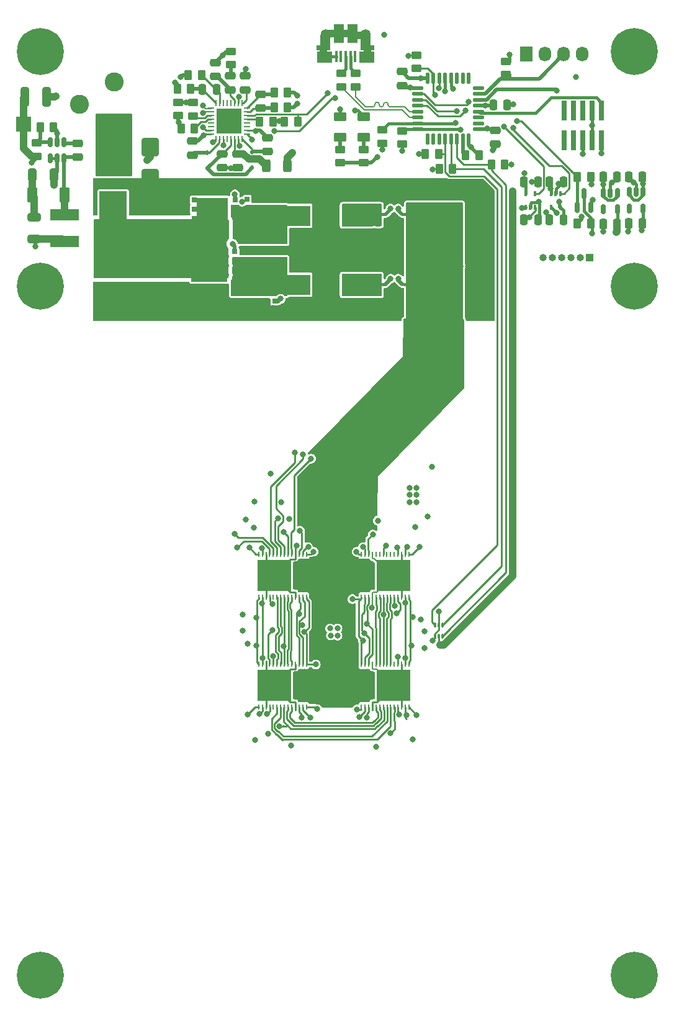
<source format=gtl>
G04 #@! TF.GenerationSoftware,KiCad,Pcbnew,7.0.7-7.0.7~ubuntu22.04.1*
G04 #@! TF.CreationDate,2023-12-22T20:45:00+01:00*
G04 #@! TF.ProjectId,piaxe,70696178-652e-46b6-9963-61645f706362,rev?*
G04 #@! TF.SameCoordinates,Original*
G04 #@! TF.FileFunction,Copper,L1,Top*
G04 #@! TF.FilePolarity,Positive*
%FSLAX46Y46*%
G04 Gerber Fmt 4.6, Leading zero omitted, Abs format (unit mm)*
G04 Created by KiCad (PCBNEW 7.0.7-7.0.7~ubuntu22.04.1) date 2023-12-22 20:45:00*
%MOMM*%
%LPD*%
G01*
G04 APERTURE LIST*
G04 Aperture macros list*
%AMRoundRect*
0 Rectangle with rounded corners*
0 $1 Rounding radius*
0 $2 $3 $4 $5 $6 $7 $8 $9 X,Y pos of 4 corners*
0 Add a 4 corners polygon primitive as box body*
4,1,4,$2,$3,$4,$5,$6,$7,$8,$9,$2,$3,0*
0 Add four circle primitives for the rounded corners*
1,1,$1+$1,$2,$3*
1,1,$1+$1,$4,$5*
1,1,$1+$1,$6,$7*
1,1,$1+$1,$8,$9*
0 Add four rect primitives between the rounded corners*
20,1,$1+$1,$2,$3,$4,$5,0*
20,1,$1+$1,$4,$5,$6,$7,0*
20,1,$1+$1,$6,$7,$8,$9,0*
20,1,$1+$1,$8,$9,$2,$3,0*%
G04 Aperture macros list end*
G04 #@! TA.AperFunction,SMDPad,CuDef*
%ADD10RoundRect,0.250000X0.250000X0.475000X-0.250000X0.475000X-0.250000X-0.475000X0.250000X-0.475000X0*%
G04 #@! TD*
G04 #@! TA.AperFunction,SMDPad,CuDef*
%ADD11RoundRect,0.250000X0.650000X-0.325000X0.650000X0.325000X-0.650000X0.325000X-0.650000X-0.325000X0*%
G04 #@! TD*
G04 #@! TA.AperFunction,SMDPad,CuDef*
%ADD12R,0.221000X0.792000*%
G04 #@! TD*
G04 #@! TA.AperFunction,SMDPad,CuDef*
%ADD13R,1.810000X3.900000*%
G04 #@! TD*
G04 #@! TA.AperFunction,SMDPad,CuDef*
%ADD14R,4.530000X4.277000*%
G04 #@! TD*
G04 #@! TA.AperFunction,SMDPad,CuDef*
%ADD15RoundRect,0.250000X0.325000X1.100000X-0.325000X1.100000X-0.325000X-1.100000X0.325000X-1.100000X0*%
G04 #@! TD*
G04 #@! TA.AperFunction,SMDPad,CuDef*
%ADD16R,3.300000X2.800000*%
G04 #@! TD*
G04 #@! TA.AperFunction,SMDPad,CuDef*
%ADD17RoundRect,0.250000X-0.262500X-0.450000X0.262500X-0.450000X0.262500X0.450000X-0.262500X0.450000X0*%
G04 #@! TD*
G04 #@! TA.AperFunction,SMDPad,CuDef*
%ADD18RoundRect,0.250000X0.450000X-0.262500X0.450000X0.262500X-0.450000X0.262500X-0.450000X-0.262500X0*%
G04 #@! TD*
G04 #@! TA.AperFunction,ComponentPad*
%ADD19C,0.800000*%
G04 #@! TD*
G04 #@! TA.AperFunction,ComponentPad*
%ADD20C,6.400000*%
G04 #@! TD*
G04 #@! TA.AperFunction,SMDPad,CuDef*
%ADD21RoundRect,0.250000X-1.100000X0.325000X-1.100000X-0.325000X1.100000X-0.325000X1.100000X0.325000X0*%
G04 #@! TD*
G04 #@! TA.AperFunction,SMDPad,CuDef*
%ADD22RoundRect,0.250000X-0.312500X-1.075000X0.312500X-1.075000X0.312500X1.075000X-0.312500X1.075000X0*%
G04 #@! TD*
G04 #@! TA.AperFunction,SMDPad,CuDef*
%ADD23RoundRect,0.250000X-0.475000X0.250000X-0.475000X-0.250000X0.475000X-0.250000X0.475000X0.250000X0*%
G04 #@! TD*
G04 #@! TA.AperFunction,SMDPad,CuDef*
%ADD24RoundRect,0.112500X-0.112500X0.187500X-0.112500X-0.187500X0.112500X-0.187500X0.112500X0.187500X0*%
G04 #@! TD*
G04 #@! TA.AperFunction,SMDPad,CuDef*
%ADD25RoundRect,0.250000X-0.362500X-1.075000X0.362500X-1.075000X0.362500X1.075000X-0.362500X1.075000X0*%
G04 #@! TD*
G04 #@! TA.AperFunction,SMDPad,CuDef*
%ADD26RoundRect,0.250000X0.262500X0.450000X-0.262500X0.450000X-0.262500X-0.450000X0.262500X-0.450000X0*%
G04 #@! TD*
G04 #@! TA.AperFunction,SMDPad,CuDef*
%ADD27R,0.700000X0.700000*%
G04 #@! TD*
G04 #@! TA.AperFunction,SMDPad,CuDef*
%ADD28R,4.510000X4.350000*%
G04 #@! TD*
G04 #@! TA.AperFunction,SMDPad,CuDef*
%ADD29RoundRect,0.250000X-0.625000X0.375000X-0.625000X-0.375000X0.625000X-0.375000X0.625000X0.375000X0*%
G04 #@! TD*
G04 #@! TA.AperFunction,SMDPad,CuDef*
%ADD30RoundRect,0.250000X-0.900000X1.000000X-0.900000X-1.000000X0.900000X-1.000000X0.900000X1.000000X0*%
G04 #@! TD*
G04 #@! TA.AperFunction,SMDPad,CuDef*
%ADD31R,2.000000X2.000000*%
G04 #@! TD*
G04 #@! TA.AperFunction,SMDPad,CuDef*
%ADD32RoundRect,0.250000X-0.250000X-0.475000X0.250000X-0.475000X0.250000X0.475000X-0.250000X0.475000X0*%
G04 #@! TD*
G04 #@! TA.AperFunction,SMDPad,CuDef*
%ADD33C,0.500000*%
G04 #@! TD*
G04 #@! TA.AperFunction,SMDPad,CuDef*
%ADD34RoundRect,0.150000X-0.150000X0.512500X-0.150000X-0.512500X0.150000X-0.512500X0.150000X0.512500X0*%
G04 #@! TD*
G04 #@! TA.AperFunction,SMDPad,CuDef*
%ADD35R,0.400000X1.650000*%
G04 #@! TD*
G04 #@! TA.AperFunction,SMDPad,CuDef*
%ADD36R,1.825000X0.700000*%
G04 #@! TD*
G04 #@! TA.AperFunction,SMDPad,CuDef*
%ADD37R,2.000000X1.500000*%
G04 #@! TD*
G04 #@! TA.AperFunction,SMDPad,CuDef*
%ADD38R,1.350000X2.000000*%
G04 #@! TD*
G04 #@! TA.AperFunction,ComponentPad*
%ADD39O,1.350000X1.700000*%
G04 #@! TD*
G04 #@! TA.AperFunction,ComponentPad*
%ADD40O,1.100000X1.500000*%
G04 #@! TD*
G04 #@! TA.AperFunction,SMDPad,CuDef*
%ADD41R,1.430000X2.500000*%
G04 #@! TD*
G04 #@! TA.AperFunction,ComponentPad*
%ADD42R,1.000000X1.000000*%
G04 #@! TD*
G04 #@! TA.AperFunction,ComponentPad*
%ADD43O,1.000000X1.000000*%
G04 #@! TD*
G04 #@! TA.AperFunction,SMDPad,CuDef*
%ADD44RoundRect,0.250000X0.475000X-0.250000X0.475000X0.250000X-0.475000X0.250000X-0.475000X-0.250000X0*%
G04 #@! TD*
G04 #@! TA.AperFunction,ComponentPad*
%ADD45R,1.730000X2.030000*%
G04 #@! TD*
G04 #@! TA.AperFunction,ComponentPad*
%ADD46O,1.730000X2.030000*%
G04 #@! TD*
G04 #@! TA.AperFunction,SMDPad,CuDef*
%ADD47R,0.400000X0.650000*%
G04 #@! TD*
G04 #@! TA.AperFunction,SMDPad,CuDef*
%ADD48RoundRect,0.250000X-0.325000X-1.100000X0.325000X-1.100000X0.325000X1.100000X-0.325000X1.100000X0*%
G04 #@! TD*
G04 #@! TA.AperFunction,SMDPad,CuDef*
%ADD49R,4.350000X4.510000*%
G04 #@! TD*
G04 #@! TA.AperFunction,SMDPad,CuDef*
%ADD50RoundRect,0.250000X-0.450000X0.262500X-0.450000X-0.262500X0.450000X-0.262500X0.450000X0.262500X0*%
G04 #@! TD*
G04 #@! TA.AperFunction,SMDPad,CuDef*
%ADD51RoundRect,0.250000X1.100000X-0.325000X1.100000X0.325000X-1.100000X0.325000X-1.100000X-0.325000X0*%
G04 #@! TD*
G04 #@! TA.AperFunction,SMDPad,CuDef*
%ADD52RoundRect,0.250000X0.450000X0.800000X-0.450000X0.800000X-0.450000X-0.800000X0.450000X-0.800000X0*%
G04 #@! TD*
G04 #@! TA.AperFunction,SMDPad,CuDef*
%ADD53RoundRect,0.250000X-1.000000X1.500000X-1.000000X-1.500000X1.000000X-1.500000X1.000000X1.500000X0*%
G04 #@! TD*
G04 #@! TA.AperFunction,SMDPad,CuDef*
%ADD54R,4.000000X1.500000*%
G04 #@! TD*
G04 #@! TA.AperFunction,SMDPad,CuDef*
%ADD55RoundRect,0.250000X0.312500X0.625000X-0.312500X0.625000X-0.312500X-0.625000X0.312500X-0.625000X0*%
G04 #@! TD*
G04 #@! TA.AperFunction,SMDPad,CuDef*
%ADD56RoundRect,0.050000X-0.100000X0.285000X-0.100000X-0.285000X0.100000X-0.285000X0.100000X0.285000X0*%
G04 #@! TD*
G04 #@! TA.AperFunction,ComponentPad*
%ADD57R,2.600000X2.600000*%
G04 #@! TD*
G04 #@! TA.AperFunction,ComponentPad*
%ADD58C,2.600000*%
G04 #@! TD*
G04 #@! TA.AperFunction,SMDPad,CuDef*
%ADD59R,0.650000X2.760000*%
G04 #@! TD*
G04 #@! TA.AperFunction,SMDPad,CuDef*
%ADD60R,3.810000X4.245000*%
G04 #@! TD*
G04 #@! TA.AperFunction,SMDPad,CuDef*
%ADD61RoundRect,0.062500X-0.062500X0.375000X-0.062500X-0.375000X0.062500X-0.375000X0.062500X0.375000X0*%
G04 #@! TD*
G04 #@! TA.AperFunction,SMDPad,CuDef*
%ADD62RoundRect,0.062500X-0.375000X0.062500X-0.375000X-0.062500X0.375000X-0.062500X0.375000X0.062500X0*%
G04 #@! TD*
G04 #@! TA.AperFunction,ComponentPad*
%ADD63C,0.500000*%
G04 #@! TD*
G04 #@! TA.AperFunction,SMDPad,CuDef*
%ADD64R,3.450000X3.450000*%
G04 #@! TD*
G04 #@! TA.AperFunction,SMDPad,CuDef*
%ADD65RoundRect,0.150000X0.150000X-0.587500X0.150000X0.587500X-0.150000X0.587500X-0.150000X-0.587500X0*%
G04 #@! TD*
G04 #@! TA.AperFunction,SMDPad,CuDef*
%ADD66RoundRect,0.125000X0.625000X0.125000X-0.625000X0.125000X-0.625000X-0.125000X0.625000X-0.125000X0*%
G04 #@! TD*
G04 #@! TA.AperFunction,SMDPad,CuDef*
%ADD67RoundRect,0.125000X0.125000X0.625000X-0.125000X0.625000X-0.125000X-0.625000X0.125000X-0.625000X0*%
G04 #@! TD*
G04 #@! TA.AperFunction,SMDPad,CuDef*
%ADD68RoundRect,0.250000X0.325000X0.650000X-0.325000X0.650000X-0.325000X-0.650000X0.325000X-0.650000X0*%
G04 #@! TD*
G04 #@! TA.AperFunction,ViaPad*
%ADD69C,0.800000*%
G04 #@! TD*
G04 #@! TA.AperFunction,Conductor*
%ADD70C,0.508000*%
G04 #@! TD*
G04 #@! TA.AperFunction,Conductor*
%ADD71C,0.254000*%
G04 #@! TD*
G04 #@! TA.AperFunction,Conductor*
%ADD72C,0.400000*%
G04 #@! TD*
G04 #@! TA.AperFunction,Conductor*
%ADD73C,0.203200*%
G04 #@! TD*
G04 #@! TA.AperFunction,Conductor*
%ADD74C,1.000000*%
G04 #@! TD*
G04 #@! TA.AperFunction,Conductor*
%ADD75C,0.200000*%
G04 #@! TD*
G04 APERTURE END LIST*
G04 #@! TA.AperFunction,EtchedComponent*
G36*
X142930330Y-104223223D02*
G01*
X142223223Y-104930330D01*
X141869670Y-104576777D01*
X142576777Y-103869670D01*
X142930330Y-104223223D01*
G37*
G04 #@! TD.AperFunction*
G04 #@! TA.AperFunction,EtchedComponent*
G36*
X144530330Y-104576777D02*
G01*
X144176777Y-104930330D01*
X143469670Y-104223223D01*
X143823223Y-103869670D01*
X144530330Y-104576777D01*
G37*
G04 #@! TD.AperFunction*
G04 #@! TA.AperFunction,EtchedComponent*
G36*
X144530330Y-95023224D02*
G01*
X144176777Y-95376777D01*
X143469670Y-94669670D01*
X143823223Y-94316117D01*
X144530330Y-95023224D01*
G37*
G04 #@! TD.AperFunction*
G04 #@! TA.AperFunction,EtchedComponent*
G36*
X142930330Y-94669670D02*
G01*
X142223223Y-95376777D01*
X141869670Y-95023224D01*
X142576777Y-94316117D01*
X142930330Y-94669670D01*
G37*
G04 #@! TD.AperFunction*
D10*
X173626315Y-96563089D03*
X171726315Y-96563089D03*
D11*
X94150000Y-98565000D03*
X94150000Y-95615000D03*
D12*
X131263000Y-141584000D03*
X130761000Y-141584000D03*
X130259000Y-141584000D03*
X129757000Y-141584000D03*
X129255000Y-141584000D03*
X128753000Y-141584000D03*
X128251000Y-141584000D03*
X127749000Y-141584000D03*
X127247000Y-141584000D03*
X126745000Y-141584000D03*
X126243000Y-141584000D03*
X125741000Y-141584000D03*
X125239000Y-141584000D03*
X124737000Y-141584000D03*
X124750000Y-147416000D03*
X125250000Y-147416000D03*
X125750000Y-147416000D03*
X126250000Y-147416000D03*
X126750000Y-147416000D03*
X127247000Y-147416000D03*
X127750000Y-147416000D03*
X128251000Y-147416000D03*
X128753000Y-147416000D03*
X129255000Y-147416000D03*
X129757000Y-147416000D03*
X130250000Y-147416000D03*
X130761000Y-147416000D03*
X131250000Y-147416000D03*
D13*
X130468000Y-144500000D03*
D14*
X126892000Y-144500000D03*
D15*
X145475000Y-108100000D03*
X142525000Y-108100000D03*
D16*
X130180000Y-95440000D03*
X137790000Y-95440000D03*
D17*
X128257500Y-82590000D03*
X130082500Y-82590000D03*
D18*
X94450000Y-87290000D03*
X94450000Y-85465000D03*
D17*
X94937500Y-83377500D03*
X96762500Y-83377500D03*
D19*
X92600000Y-73000000D03*
X93302944Y-71302944D03*
X93302944Y-74697056D03*
X95000000Y-70600000D03*
D20*
X95000000Y-73000000D03*
D19*
X95000000Y-75400000D03*
X96697056Y-71302944D03*
X96697056Y-74697056D03*
X97400000Y-73000000D03*
D21*
X113200000Y-102900000D03*
X113200000Y-105850000D03*
D22*
X92850000Y-79190000D03*
X95775000Y-79190000D03*
D10*
X177126315Y-90143089D03*
X175226315Y-90143089D03*
D23*
X119770000Y-86955000D03*
X119770000Y-88855000D03*
D24*
X123870000Y-86755000D03*
X123870000Y-88855000D03*
D18*
X144300000Y-85662500D03*
X144300000Y-83837500D03*
D25*
X140875000Y-95145000D03*
X145500000Y-95145000D03*
D23*
X125017500Y-78835000D03*
X125017500Y-80735000D03*
D26*
X126692000Y-82570000D03*
X124867000Y-82570000D03*
D27*
X123125000Y-107080000D03*
X124395000Y-107080000D03*
X125665000Y-107080000D03*
X126935000Y-107080000D03*
D28*
X125030000Y-103950000D03*
D27*
X123125000Y-101480000D03*
X124395000Y-101480000D03*
X125665000Y-101480000D03*
X126935000Y-101480000D03*
D29*
X135900000Y-81887500D03*
X135900000Y-84687500D03*
D30*
X109960000Y-86020000D03*
X109960000Y-90320000D03*
D31*
X148500000Y-95200000D03*
D32*
X160926315Y-90763089D03*
X162826315Y-90763089D03*
D33*
X142753553Y-104046447D03*
X142046447Y-104753553D03*
D34*
X177176315Y-92163089D03*
X176226315Y-92163089D03*
X175276315Y-92163089D03*
X175276315Y-94438089D03*
X177176315Y-94438089D03*
D35*
X137912500Y-73677500D03*
X137262500Y-73677500D03*
X136612500Y-73677500D03*
X135962500Y-73677500D03*
X135312500Y-73677500D03*
D36*
X139562500Y-72477500D03*
D37*
X139462500Y-73777500D03*
D38*
X139342500Y-71727500D03*
D39*
X139342500Y-70797500D03*
D40*
X139032500Y-73797500D03*
D41*
X137572500Y-70527500D03*
X135652500Y-70527500D03*
D40*
X134192500Y-73797500D03*
D39*
X133882500Y-70797500D03*
D38*
X133862500Y-71727500D03*
D37*
X133712500Y-73797500D03*
D36*
X133612500Y-72477500D03*
D42*
X169875000Y-101100000D03*
D43*
X168605000Y-101100000D03*
X167335000Y-101100000D03*
X166065000Y-101100000D03*
X164795000Y-101100000D03*
X163525000Y-101100000D03*
D44*
X115670000Y-87140000D03*
X115670000Y-85240000D03*
D45*
X161300000Y-73400000D03*
D46*
X163840000Y-73400000D03*
X166380000Y-73400000D03*
X168920000Y-73400000D03*
D31*
X148500000Y-91750000D03*
D17*
X149387500Y-89000000D03*
X151212500Y-89000000D03*
D47*
X165906315Y-92393089D03*
X165256315Y-92393089D03*
X164606315Y-92393089D03*
X164606315Y-94293089D03*
X165906315Y-94293089D03*
D18*
X137987500Y-77825000D03*
X137987500Y-76000000D03*
D17*
X126870000Y-78605000D03*
X128695000Y-78605000D03*
D26*
X128695000Y-80605000D03*
X126870000Y-80605000D03*
D48*
X151225000Y-104900000D03*
X154175000Y-104900000D03*
D25*
X140887500Y-104825001D03*
X145512500Y-104825001D03*
D48*
X151200000Y-108100000D03*
X154150000Y-108100000D03*
D27*
X121539000Y-97105000D03*
X121539000Y-95835000D03*
X121539000Y-94565000D03*
X121539000Y-93295000D03*
D49*
X118409000Y-95200000D03*
D27*
X115939000Y-97105000D03*
X115939000Y-95835000D03*
X115939000Y-94565000D03*
X115939000Y-93295000D03*
D23*
X100050000Y-85540000D03*
X100050000Y-87440000D03*
D10*
X166326315Y-95963089D03*
X164426315Y-95963089D03*
D50*
X141600000Y-83687500D03*
X141600000Y-85512500D03*
D51*
X113250000Y-96975000D03*
X113250000Y-94025000D03*
D23*
X157000000Y-83750000D03*
X157000000Y-85650000D03*
D19*
X173600000Y-73000000D03*
X174302944Y-71302944D03*
X174302944Y-74697056D03*
X176000000Y-70600000D03*
D20*
X176000000Y-73000000D03*
D19*
X176000000Y-75400000D03*
X177697056Y-71302944D03*
X177697056Y-74697056D03*
X178400000Y-73000000D03*
D27*
X121500000Y-104105000D03*
X121500000Y-102835000D03*
X121500000Y-101565000D03*
X121500000Y-100295000D03*
D49*
X118370000Y-102200000D03*
D27*
X115900000Y-104105000D03*
X115900000Y-102835000D03*
X115900000Y-101565000D03*
X115900000Y-100295000D03*
D50*
X146230000Y-73507500D03*
X146230000Y-75332500D03*
D29*
X139100000Y-81887500D03*
X139100000Y-84687500D03*
D52*
X98250000Y-92590000D03*
X93850000Y-92590000D03*
D50*
X158500000Y-74366100D03*
X158500000Y-76191100D03*
D12*
X131263000Y-156584000D03*
X130761000Y-156584000D03*
X130259000Y-156584000D03*
X129757000Y-156584000D03*
X129255000Y-156584000D03*
X128753000Y-156584000D03*
X128251000Y-156584000D03*
X127749000Y-156584000D03*
X127247000Y-156584000D03*
X126745000Y-156584000D03*
X126243000Y-156584000D03*
X125741000Y-156584000D03*
X125239000Y-156584000D03*
X124737000Y-156584000D03*
X124750000Y-162416000D03*
X125250000Y-162416000D03*
X125750000Y-162416000D03*
X126250000Y-162416000D03*
X126750000Y-162416000D03*
X127247000Y-162416000D03*
X127750000Y-162416000D03*
X128251000Y-162416000D03*
X128753000Y-162416000D03*
X129255000Y-162416000D03*
X129757000Y-162416000D03*
X130250000Y-162416000D03*
X130761000Y-162416000D03*
X131250000Y-162416000D03*
D13*
X130468000Y-159500000D03*
D14*
X126892000Y-159500000D03*
D44*
X122870000Y-78240000D03*
X122870000Y-76340000D03*
D32*
X156750000Y-80300000D03*
X158650000Y-80300000D03*
D10*
X162826315Y-95963089D03*
X160926315Y-95963089D03*
D26*
X158312500Y-88400000D03*
X156487500Y-88400000D03*
D19*
X173600000Y-199000000D03*
X174302944Y-197302944D03*
X174302944Y-200697056D03*
X176000000Y-196600000D03*
D20*
X176000000Y-199000000D03*
D19*
X176000000Y-201400000D03*
X177697056Y-197302944D03*
X177697056Y-200697056D03*
X178400000Y-199000000D03*
D48*
X151225000Y-101700000D03*
X154175000Y-101700000D03*
D33*
X143646447Y-104046447D03*
X144353553Y-104753553D03*
D50*
X113780000Y-79945000D03*
X113780000Y-81770000D03*
D18*
X135987500Y-77825000D03*
X135987500Y-76000000D03*
D53*
X103710000Y-101150000D03*
X103710000Y-107650000D03*
D34*
X98200000Y-85340000D03*
X97250000Y-85340000D03*
X96300000Y-85340000D03*
X96300000Y-87615000D03*
X97250000Y-87615000D03*
X98200000Y-87615000D03*
D12*
X138737000Y-147416000D03*
X139239000Y-147416000D03*
X139741000Y-147416000D03*
X140243000Y-147416000D03*
X140745000Y-147416000D03*
X141247000Y-147416000D03*
X141749000Y-147416000D03*
X142251000Y-147416000D03*
X142753000Y-147416000D03*
X143255000Y-147416000D03*
X143757000Y-147416000D03*
X144259000Y-147416000D03*
X144761000Y-147416000D03*
X145263000Y-147416000D03*
X145250000Y-141584000D03*
X144750000Y-141584000D03*
X144250000Y-141584000D03*
X143750000Y-141584000D03*
X143250000Y-141584000D03*
X142753000Y-141584000D03*
X142250000Y-141584000D03*
X141749000Y-141584000D03*
X141247000Y-141584000D03*
X140745000Y-141584000D03*
X140243000Y-141584000D03*
X139750000Y-141584000D03*
X139239000Y-141584000D03*
X138750000Y-141584000D03*
D13*
X139532000Y-144500000D03*
D14*
X143108000Y-144500000D03*
D10*
X177126315Y-96443089D03*
X175226315Y-96443089D03*
D54*
X98250000Y-95290000D03*
X98250000Y-98890000D03*
D18*
X139100000Y-88200000D03*
X139100000Y-86375000D03*
D26*
X170058815Y-96463089D03*
X168233815Y-96463089D03*
D10*
X166326315Y-90763089D03*
X164426315Y-90763089D03*
D17*
X114147500Y-83520000D03*
X115972500Y-83520000D03*
D44*
X120870000Y-78230000D03*
X120870000Y-76330000D03*
D34*
X173676315Y-92283089D03*
X172726315Y-92283089D03*
X171776315Y-92283089D03*
X171776315Y-94558089D03*
X173676315Y-94558089D03*
D19*
X92600000Y-105000000D03*
X93302944Y-103302944D03*
X93302944Y-106697056D03*
X95000000Y-102600000D03*
D20*
X95000000Y-105000000D03*
D19*
X95000000Y-107400000D03*
X96697056Y-103302944D03*
X96697056Y-106697056D03*
X97400000Y-105000000D03*
D32*
X171726315Y-90163089D03*
X173626315Y-90163089D03*
D12*
X138737000Y-162416000D03*
X139239000Y-162416000D03*
X139741000Y-162416000D03*
X140243000Y-162416000D03*
X140745000Y-162416000D03*
X141247000Y-162416000D03*
X141749000Y-162416000D03*
X142251000Y-162416000D03*
X142753000Y-162416000D03*
X143255000Y-162416000D03*
X143757000Y-162416000D03*
X144259000Y-162416000D03*
X144761000Y-162416000D03*
X145263000Y-162416000D03*
X145250000Y-156584000D03*
X144750000Y-156584000D03*
X144250000Y-156584000D03*
X143750000Y-156584000D03*
X143250000Y-156584000D03*
X142753000Y-156584000D03*
X142250000Y-156584000D03*
X141749000Y-156584000D03*
X141247000Y-156584000D03*
X140745000Y-156584000D03*
X140243000Y-156584000D03*
X139750000Y-156584000D03*
X139239000Y-156584000D03*
X138750000Y-156584000D03*
D13*
X139532000Y-159500000D03*
D14*
X143108000Y-159500000D03*
D19*
X173600000Y-105000000D03*
X174302944Y-103302944D03*
X174302944Y-106697056D03*
X176000000Y-102600000D03*
D20*
X176000000Y-105000000D03*
D19*
X176000000Y-107400000D03*
X177697056Y-103302944D03*
X177697056Y-106697056D03*
X178400000Y-105000000D03*
D18*
X115770000Y-81792500D03*
X115770000Y-79967500D03*
D44*
X144300000Y-77650000D03*
X144300000Y-75750000D03*
D55*
X128672500Y-88580000D03*
X125747500Y-88580000D03*
D44*
X118870000Y-76405000D03*
X118870000Y-74505000D03*
D26*
X115470000Y-78105000D03*
X113645000Y-78105000D03*
D33*
X144353553Y-95200000D03*
X143646447Y-94492894D03*
D56*
X149850000Y-151260000D03*
X149350000Y-151260000D03*
X148850000Y-151260000D03*
X148850000Y-152740000D03*
X149350000Y-152740000D03*
X149850000Y-152740000D03*
D31*
X92650000Y-82890000D03*
D57*
X105000000Y-83200000D03*
D58*
X105000000Y-77200000D03*
X100300000Y-80200000D03*
D48*
X151225000Y-95300000D03*
X154175000Y-95300000D03*
D59*
X171540000Y-81080000D03*
X171540000Y-85120000D03*
X170270000Y-81080000D03*
X170270000Y-85120000D03*
X169000000Y-81080000D03*
X169000000Y-85120000D03*
X167730000Y-81080000D03*
X167730000Y-85120000D03*
X166460000Y-81080000D03*
X166460000Y-85120000D03*
D15*
X145475000Y-101600000D03*
X142525000Y-101600000D03*
D33*
X142046447Y-95200000D03*
X142753553Y-94492894D03*
D60*
X104900000Y-94187500D03*
X104900000Y-87812500D03*
D48*
X151225000Y-98500000D03*
X154175000Y-98500000D03*
D18*
X135900000Y-88200000D03*
X135900000Y-86375000D03*
D26*
X154812500Y-87200000D03*
X152987500Y-87200000D03*
D16*
X130180000Y-104838000D03*
X137790000Y-104838000D03*
D61*
X122457500Y-80067500D03*
X121957500Y-80067500D03*
X121457500Y-80067500D03*
X120957500Y-80067500D03*
X120457500Y-80067500D03*
X119957500Y-80067500D03*
X119457500Y-80067500D03*
X118957500Y-80067500D03*
D62*
X118270000Y-80755000D03*
X118270000Y-81255000D03*
X118270000Y-81755000D03*
X118270000Y-82255000D03*
X118270000Y-82755000D03*
X118270000Y-83255000D03*
X118270000Y-83755000D03*
X118270000Y-84255000D03*
D61*
X118957500Y-84942500D03*
X119457500Y-84942500D03*
X119957500Y-84942500D03*
X120457500Y-84942500D03*
X120957500Y-84942500D03*
X121457500Y-84942500D03*
X121957500Y-84942500D03*
X122457500Y-84942500D03*
D62*
X123145000Y-84255000D03*
X123145000Y-83755000D03*
X123145000Y-83255000D03*
X123145000Y-82755000D03*
X123145000Y-82255000D03*
X123145000Y-81755000D03*
X123145000Y-81255000D03*
X123145000Y-80755000D03*
D63*
X121707500Y-81505000D03*
X120707500Y-81505000D03*
X119707500Y-81505000D03*
X121707500Y-82505000D03*
X120707500Y-82505000D03*
D64*
X120707500Y-82505000D03*
D63*
X119707500Y-82505000D03*
X121707500Y-83505000D03*
X120707500Y-83505000D03*
X119707500Y-83505000D03*
D65*
X168196315Y-94290589D03*
X170096315Y-94290589D03*
X169146315Y-92415589D03*
D27*
X127000000Y-93187500D03*
X125730000Y-93187500D03*
X124460000Y-93187500D03*
X123190000Y-93187500D03*
D28*
X125095000Y-96317500D03*
D27*
X127000000Y-98787500D03*
X125730000Y-98787500D03*
X124460000Y-98787500D03*
X123190000Y-98787500D03*
D15*
X145475000Y-98400000D03*
X142525000Y-98400000D03*
D66*
X154775000Y-83600000D03*
X154775000Y-82800000D03*
X154775000Y-82000000D03*
X154775000Y-81200000D03*
X154775000Y-80400000D03*
X154775000Y-79600000D03*
X154775000Y-78800000D03*
X154775000Y-78000000D03*
D67*
X153400000Y-76625000D03*
X152600000Y-76625000D03*
X151800000Y-76625000D03*
X151000000Y-76625000D03*
X150200000Y-76625000D03*
X149400000Y-76625000D03*
X148600000Y-76625000D03*
X147800000Y-76625000D03*
D66*
X146425000Y-78000000D03*
X146425000Y-78800000D03*
X146425000Y-79600000D03*
X146425000Y-80400000D03*
X146425000Y-81200000D03*
X146425000Y-82000000D03*
X146425000Y-82800000D03*
X146425000Y-83600000D03*
D67*
X147800000Y-84975000D03*
X148600000Y-84975000D03*
X149400000Y-84975000D03*
X150200000Y-84975000D03*
X151000000Y-84975000D03*
X151800000Y-84975000D03*
X152600000Y-84975000D03*
X153400000Y-84975000D03*
D21*
X109900000Y-102875000D03*
X109900000Y-105825000D03*
D51*
X110000000Y-96975000D03*
X110000000Y-94025000D03*
D24*
X117770000Y-86855000D03*
X117770000Y-88955000D03*
D10*
X118970000Y-78155000D03*
X117070000Y-78155000D03*
D26*
X116970000Y-76205000D03*
X115145000Y-76205000D03*
D44*
X121870000Y-88855000D03*
X121870000Y-86955000D03*
D23*
X125970000Y-84755000D03*
X125970000Y-86655000D03*
D17*
X168233815Y-90163089D03*
X170058815Y-90163089D03*
X147487500Y-87000000D03*
X149312500Y-87000000D03*
D68*
X96825000Y-89890000D03*
X93875000Y-89890000D03*
D19*
X92600000Y-199000000D03*
X93302944Y-197302944D03*
X93302944Y-200697056D03*
X95000000Y-196600000D03*
D20*
X95000000Y-199000000D03*
D19*
X95000000Y-201400000D03*
X96697056Y-197302944D03*
X96697056Y-200697056D03*
X97400000Y-199000000D03*
D18*
X120970000Y-74805000D03*
X120970000Y-72980000D03*
D47*
X161150000Y-94293089D03*
X161800000Y-94293089D03*
X162450000Y-94293089D03*
X162450000Y-92393089D03*
X161150000Y-92393089D03*
D69*
X168030000Y-76500000D03*
X165420000Y-78320000D03*
X123000000Y-136900000D03*
X124750000Y-92000000D03*
X127820600Y-134496163D03*
X109500000Y-92000000D03*
X112500000Y-93000000D03*
X159500000Y-80250000D03*
X108500000Y-92000000D03*
X123750000Y-109000000D03*
X143500000Y-146000000D03*
X141500000Y-107100000D03*
X156500000Y-108000000D03*
X128500000Y-160000000D03*
X124225000Y-166900000D03*
X128500000Y-158000000D03*
X144500000Y-146000000D03*
X113500000Y-93000000D03*
X140800000Y-167825000D03*
X125500000Y-158000000D03*
X156500000Y-104000000D03*
X156500000Y-102000000D03*
X145300000Y-132500000D03*
X110500000Y-93000000D03*
X140210000Y-148906900D03*
X141500000Y-144000000D03*
X125750000Y-91000000D03*
X110750000Y-108125000D03*
X156500000Y-95000000D03*
X134500000Y-151700000D03*
X124100000Y-137950000D03*
X153300000Y-102300000D03*
X141400000Y-159000000D03*
X142500000Y-145000000D03*
X141400000Y-161000000D03*
X175926315Y-90843089D03*
X141400000Y-158000000D03*
X155500000Y-109000000D03*
X156500000Y-99000000D03*
X128500000Y-145000000D03*
X155500000Y-101000000D03*
X126750000Y-91000000D03*
X148493168Y-153340990D03*
X107750000Y-108125000D03*
X94150000Y-94290000D03*
X156700000Y-86450000D03*
X126500000Y-161000000D03*
X155500000Y-98000000D03*
X114750000Y-108125000D03*
X126500000Y-158000000D03*
X120982221Y-88922537D03*
X171776315Y-97563089D03*
X155500000Y-94000000D03*
X107750000Y-107125000D03*
X144240171Y-158071787D03*
X155500000Y-99000000D03*
X140500000Y-100500000D03*
X156500000Y-100000000D03*
X122750000Y-91000000D03*
X124750000Y-91000000D03*
X142500000Y-143000000D03*
X109750000Y-108125000D03*
X175126315Y-97543089D03*
X155500000Y-108000000D03*
X119845000Y-73530000D03*
X127750000Y-92000000D03*
X141500000Y-143000000D03*
X141500000Y-98500000D03*
X111750000Y-108125000D03*
X97250000Y-84190000D03*
X122750000Y-109000000D03*
X146280330Y-132500000D03*
X113865841Y-82700841D03*
X124750000Y-109000000D03*
X144300000Y-86550000D03*
X142400000Y-158000000D03*
X147370000Y-154420000D03*
X142400000Y-161000000D03*
X141400000Y-160000000D03*
X155500000Y-106000000D03*
X113750000Y-108125000D03*
X141500000Y-145000000D03*
X125750000Y-92000000D03*
X156500000Y-98000000D03*
X122750000Y-108000000D03*
X127500000Y-144000000D03*
X141500000Y-109100000D03*
X162026315Y-90763089D03*
X106750000Y-107125000D03*
X129940000Y-140440000D03*
X127500000Y-160000000D03*
X141000000Y-137000000D03*
X141500000Y-146000000D03*
X129175000Y-167700000D03*
X112750000Y-107125000D03*
X144240171Y-161065500D03*
X155500000Y-97000000D03*
X142400000Y-160000000D03*
X127750000Y-109000000D03*
X127500000Y-161000000D03*
X114750000Y-107125000D03*
X146863165Y-150520505D03*
X140500000Y-102500000D03*
X172901315Y-90888089D03*
X156500000Y-109000000D03*
X128500000Y-161000000D03*
X124750000Y-108000000D03*
X126750000Y-92000000D03*
X127535500Y-82483000D03*
X140500000Y-98500000D03*
X110500000Y-92000000D03*
X170326315Y-93263089D03*
X112750000Y-108125000D03*
X108750000Y-107125000D03*
X125500000Y-146000000D03*
X108750000Y-108125000D03*
X126500000Y-146000000D03*
X111500000Y-93000000D03*
X155500000Y-96000000D03*
X141500000Y-100500000D03*
X123750000Y-108000000D03*
X108500000Y-93000000D03*
X155500000Y-105000000D03*
X128500000Y-143000000D03*
X164599462Y-91758444D03*
X128500000Y-146000000D03*
X127500000Y-159000000D03*
X153681250Y-86068750D03*
X113750000Y-107125000D03*
X122750000Y-92000000D03*
X140500000Y-101500000D03*
X147350000Y-152100000D03*
X112500000Y-92000000D03*
X128500000Y-144000000D03*
X141500000Y-108100000D03*
X114500000Y-93000000D03*
X114500000Y-92000000D03*
X125500000Y-161000000D03*
X109500000Y-93000000D03*
X123277592Y-153827592D03*
X125750000Y-109000000D03*
X156500000Y-97000000D03*
X146280330Y-133500000D03*
X105750000Y-107125000D03*
X140500000Y-97500000D03*
X134591609Y-152669812D03*
X127750000Y-91000000D03*
X141500000Y-99500000D03*
X156500000Y-96000000D03*
X143500000Y-143000000D03*
X145300000Y-134500000D03*
X128500000Y-159000000D03*
X141500000Y-97500000D03*
X127500000Y-158000000D03*
X156500000Y-101000000D03*
X127750000Y-108000000D03*
X163941143Y-94915092D03*
X155500000Y-100000000D03*
X128920600Y-136815430D03*
X126750000Y-108000000D03*
X110750000Y-107125000D03*
X125750000Y-108000000D03*
X142500000Y-146000000D03*
X111750000Y-107125000D03*
X141500000Y-102500000D03*
X142400000Y-159000000D03*
X140500000Y-107100000D03*
X143400000Y-161000000D03*
X122550000Y-149850000D03*
X141500000Y-101500000D03*
X156500000Y-107000000D03*
X122550000Y-152050000D03*
X155500000Y-103000000D03*
X156500000Y-94000000D03*
X127500000Y-143000000D03*
X146280330Y-134500000D03*
X146109038Y-137879281D03*
X125500000Y-143000000D03*
X135500000Y-151700000D03*
X146900000Y-76625000D03*
X144500000Y-143000000D03*
X140500000Y-99500000D03*
X145300000Y-133500000D03*
X106750000Y-108125000D03*
X156500000Y-103000000D03*
X155500000Y-104000000D03*
X170270000Y-83100000D03*
X143400000Y-158000000D03*
X123750000Y-91000000D03*
X111500000Y-92000000D03*
X122970000Y-75405000D03*
X149300000Y-149399998D03*
X105750000Y-108125000D03*
X155500000Y-107000000D03*
X161648215Y-95584989D03*
X113500000Y-92000000D03*
X123750000Y-92000000D03*
X155500000Y-102000000D03*
X126500000Y-143000000D03*
X145750000Y-166850000D03*
X156500000Y-105000000D03*
X155500000Y-95000000D03*
X109750000Y-107125000D03*
X93875000Y-91090000D03*
X142500000Y-144000000D03*
X126750000Y-109000000D03*
X127500000Y-145000000D03*
X127500000Y-146000000D03*
X156500000Y-106000000D03*
X135500000Y-152700000D03*
X140500000Y-109100000D03*
X140500000Y-108100000D03*
X123500000Y-140700000D03*
X147800000Y-136400000D03*
X126075000Y-166050000D03*
X145747744Y-150147606D03*
X145577063Y-154068184D03*
X124200000Y-134400000D03*
X146300000Y-163500000D03*
X165775680Y-93472454D03*
X123270000Y-163430000D03*
X176989404Y-97406178D03*
X124430792Y-154060158D03*
X146700000Y-140600000D03*
X168826315Y-95563085D03*
X162949074Y-93472445D03*
X124462168Y-150211447D03*
X139500000Y-145000000D03*
X131500000Y-143000000D03*
X145500000Y-113500000D03*
X132500000Y-143000000D03*
X137500000Y-161000000D03*
X135800000Y-132500000D03*
X148500000Y-112500000D03*
X132500000Y-146000000D03*
X146500000Y-112500000D03*
X130500000Y-158000000D03*
X131500000Y-144000000D03*
X148500000Y-111500000D03*
X138500000Y-161000000D03*
X130500000Y-146000000D03*
X151500000Y-110500000D03*
X130500000Y-143000000D03*
X139500000Y-144000000D03*
X131500000Y-146000000D03*
X130500000Y-144000000D03*
X130500000Y-161000000D03*
X134800000Y-132500000D03*
X132822409Y-154742409D03*
X137500000Y-158000000D03*
X151500000Y-112500000D03*
X130500000Y-145000000D03*
X150500000Y-110500000D03*
X139500000Y-146000000D03*
X147500000Y-110500000D03*
X131500000Y-159000000D03*
X132500000Y-161000000D03*
X139500000Y-159000000D03*
X152300000Y-102300000D03*
X137500000Y-143000000D03*
X131500000Y-160000000D03*
X132492614Y-158021114D03*
X150500000Y-111500000D03*
X132500000Y-159000000D03*
X147500000Y-111500000D03*
X135800000Y-133500000D03*
X145500000Y-110500000D03*
X139500000Y-161000000D03*
X150500000Y-112500000D03*
X138500000Y-146000000D03*
X139500000Y-143000000D03*
X130500000Y-159000000D03*
X149500000Y-111500000D03*
X138002966Y-156459688D03*
X145500000Y-111500000D03*
X138500000Y-145000000D03*
X132500000Y-144000000D03*
X137500000Y-160000000D03*
X138500000Y-158000000D03*
X131500000Y-161000000D03*
X138500000Y-159000000D03*
X149500000Y-112500000D03*
X147500000Y-112500000D03*
X138500000Y-144000000D03*
X137500000Y-146000000D03*
X146500000Y-110500000D03*
X131500000Y-158000000D03*
X150500000Y-113500000D03*
X131500000Y-145000000D03*
X134800000Y-134500000D03*
X147500000Y-113500000D03*
X130500000Y-160000000D03*
X139500000Y-160000000D03*
X137500000Y-159000000D03*
X138500000Y-143000000D03*
X148500000Y-113500000D03*
X137500000Y-144000000D03*
X145500000Y-112500000D03*
X135800000Y-134500000D03*
X148500000Y-110500000D03*
X146500000Y-113500000D03*
X137500000Y-145000000D03*
X138500000Y-160000000D03*
X139500000Y-158000000D03*
X146500000Y-111500000D03*
X151500000Y-111500000D03*
X134800000Y-133500000D03*
X149500000Y-113500000D03*
X132500000Y-145000000D03*
X151500000Y-113500000D03*
X149500000Y-110500000D03*
X132500000Y-160000000D03*
X122250000Y-105250000D03*
X117242408Y-84468969D03*
X145000000Y-140600000D03*
X125232223Y-140767777D03*
X148400000Y-129700000D03*
X144750000Y-155780000D03*
X125250000Y-155700000D03*
X126400000Y-130599986D03*
X144750000Y-148220000D03*
X124849875Y-163380125D03*
X144918635Y-163500311D03*
X173526315Y-97663089D03*
X125178448Y-148323878D03*
X160626315Y-94363089D03*
X129700000Y-127700000D03*
X165376485Y-95063255D03*
X130800000Y-127952400D03*
X131900000Y-128547600D03*
X170226315Y-97863089D03*
X127400000Y-136660600D03*
X128180000Y-138531410D03*
X94250000Y-99590000D03*
X93750000Y-88190000D03*
X130369998Y-138380002D03*
X139500000Y-163875000D03*
X131500000Y-140600000D03*
X138500000Y-163800000D03*
X132246326Y-141243141D03*
X138160468Y-162755085D03*
X132540000Y-156620000D03*
X130985412Y-152188552D03*
X137540000Y-147710000D03*
X138960000Y-153354882D03*
X130694079Y-151281802D03*
X97050000Y-79090000D03*
X159200000Y-88400000D03*
X145170000Y-73620000D03*
X140900000Y-87400000D03*
X148500000Y-89100000D03*
X165700000Y-91043089D03*
X146600000Y-87000000D03*
X155900000Y-83547600D03*
X155640000Y-80400000D03*
X145400000Y-77941200D03*
X149500003Y-153999997D03*
X177176315Y-91043089D03*
X171776315Y-91163089D03*
X161000000Y-89643089D03*
X141600000Y-86400000D03*
X170126315Y-91163089D03*
X159400000Y-92100000D03*
X159000000Y-73478600D03*
X141900000Y-70700000D03*
X139148638Y-152336741D03*
X130277581Y-149761718D03*
X139490000Y-151051790D03*
X138100000Y-141250000D03*
X138990229Y-140600000D03*
X140310000Y-138880000D03*
X107399998Y-96700000D03*
X102900000Y-96700000D03*
X96850000Y-91190000D03*
X129360000Y-86850000D03*
X109535000Y-87865000D03*
X124370000Y-83870000D03*
X128000000Y-94500000D03*
X123870000Y-85005000D03*
X121500000Y-92500000D03*
X122170000Y-85903100D03*
X122500000Y-93500000D03*
X117175000Y-81375000D03*
X117175000Y-80350000D03*
X118470000Y-85405000D03*
X121250000Y-99250000D03*
X130011041Y-79050267D03*
X143782500Y-94441447D03*
X119970000Y-85805000D03*
X127750000Y-106750000D03*
X142732500Y-94441447D03*
X130011041Y-80100267D03*
X142750000Y-103999984D03*
X114094292Y-76474361D03*
X122021746Y-79204474D03*
X114830000Y-79980000D03*
X143795000Y-104000000D03*
X113351828Y-77216825D03*
X128114200Y-154097508D03*
X141779550Y-149833698D03*
X142118241Y-140394259D03*
X127598100Y-165018336D03*
X121500000Y-138800000D03*
X121800000Y-140700000D03*
X142750000Y-166000000D03*
X143866379Y-163482759D03*
X126594973Y-148362102D03*
X143698100Y-155570000D03*
X143291198Y-148646847D03*
X143544750Y-149647189D03*
X143650000Y-140700000D03*
X132740000Y-162701900D03*
X131798100Y-163875000D03*
X130610698Y-163830960D03*
X126750000Y-155500000D03*
X126623182Y-151891654D03*
X125901745Y-163388164D03*
X150200000Y-78400000D03*
X135900000Y-80900000D03*
X137900000Y-81100000D03*
X151300000Y-78100000D03*
X171500000Y-86900000D03*
X151600000Y-82750000D03*
X169000000Y-87000000D03*
X152300000Y-83650000D03*
X149340000Y-77980000D03*
X134200000Y-78680000D03*
X148833270Y-78920600D03*
X117126659Y-83326659D03*
X135200000Y-79379400D03*
X126912066Y-83853161D03*
X153400000Y-79900000D03*
X160000000Y-82500000D03*
X159515000Y-83415000D03*
X152945138Y-81099381D03*
X151803986Y-81170600D03*
X158244886Y-83260645D03*
D70*
X157176710Y-78220000D02*
X165320000Y-78220000D01*
X155803110Y-79593600D02*
X157176710Y-78220000D01*
X154781400Y-79593600D02*
X155803110Y-79593600D01*
X154775000Y-79600000D02*
X154781400Y-79593600D01*
X165320000Y-78220000D02*
X165420000Y-78320000D01*
D71*
X125750000Y-160750000D02*
X125750000Y-160642000D01*
X144259000Y-145651000D02*
X143108000Y-144500000D01*
D72*
X164604107Y-91763089D02*
X164599462Y-91758444D01*
D71*
X125500000Y-161000000D02*
X125750000Y-160750000D01*
X125741000Y-141584000D02*
X125741000Y-143349000D01*
D73*
X140868000Y-157260000D02*
X143108000Y-159500000D01*
D71*
X125750000Y-161250000D02*
X125500000Y-161000000D01*
X125741000Y-143349000D02*
X126892000Y-144500000D01*
D74*
X135652500Y-70527500D02*
X134152500Y-70527500D01*
D71*
X129757000Y-142234000D02*
X129720400Y-142270600D01*
D74*
X133612500Y-73697500D02*
X133712500Y-73797500D01*
X93875000Y-92565000D02*
X93850000Y-92590000D01*
D72*
X120914684Y-88855000D02*
X120982221Y-88922537D01*
D71*
X125750000Y-147416000D02*
X125750000Y-145642000D01*
X129121400Y-146729400D02*
X126892000Y-144500000D01*
X125741000Y-157759000D02*
X125500000Y-158000000D01*
D73*
X140243000Y-147416000D02*
X140243000Y-148873900D01*
D70*
X159450000Y-80300000D02*
X159500000Y-80250000D01*
D73*
X142800000Y-144500000D02*
X143108000Y-144500000D01*
D72*
X164606315Y-91763089D02*
X164606315Y-90943089D01*
D70*
X153400000Y-85787500D02*
X154812500Y-87200000D01*
D72*
X176226315Y-92163089D02*
X176226315Y-91143089D01*
D70*
X157000000Y-85650000D02*
X157000000Y-86150000D01*
D71*
X149350000Y-151889158D02*
X148850000Y-152389158D01*
D70*
X127505500Y-82513000D02*
X127535500Y-82483000D01*
D71*
X129757000Y-141584000D02*
X129757000Y-140623000D01*
D72*
X172726315Y-91063089D02*
X172901315Y-90888089D01*
D74*
X94150000Y-92890000D02*
X93850000Y-92590000D01*
D71*
X129720400Y-142270600D02*
X129121400Y-142270600D01*
X148493168Y-153340990D02*
X148850000Y-152984158D01*
D74*
X94150000Y-95615000D02*
X94150000Y-92890000D01*
D72*
X175226315Y-97443089D02*
X175126315Y-97543089D01*
D70*
X118870000Y-74505000D02*
X119845000Y-73530000D01*
D71*
X129757000Y-146766000D02*
X129720400Y-146729400D01*
D70*
X97250000Y-83865000D02*
X96762500Y-83377500D01*
D71*
X161270115Y-95963089D02*
X160926315Y-95963089D01*
X129757000Y-147416000D02*
X129757000Y-146766000D01*
X125750000Y-160642000D02*
X126892000Y-159500000D01*
D73*
X140319800Y-157260000D02*
X140868000Y-157260000D01*
D71*
X149350000Y-149449998D02*
X149300000Y-149399998D01*
X129121400Y-161729400D02*
X126892000Y-159500000D01*
X154175000Y-101700000D02*
X153900000Y-101700000D01*
X149350000Y-151260000D02*
X149350000Y-151889158D01*
X125750000Y-162416000D02*
X125750000Y-161250000D01*
D70*
X158650000Y-80300000D02*
X159450000Y-80300000D01*
D72*
X135312500Y-73677500D02*
X134312500Y-73677500D01*
D73*
X140243000Y-141584000D02*
X140243000Y-142096500D01*
D70*
X153400000Y-84975000D02*
X153400000Y-85787500D01*
D74*
X134152500Y-70527500D02*
X133882500Y-70797500D01*
D71*
X129125650Y-157266350D02*
X126892000Y-159500000D01*
D74*
X139562500Y-72477500D02*
X139562500Y-73677500D01*
X139342500Y-70797500D02*
X137842500Y-70797500D01*
D70*
X120395000Y-72980000D02*
X119845000Y-73530000D01*
D72*
X162826315Y-90763089D02*
X162026315Y-90763089D01*
D71*
X144259000Y-162416000D02*
X144259000Y-161084329D01*
X129720400Y-161729400D02*
X129121400Y-161729400D01*
D72*
X164606315Y-91763089D02*
X164604107Y-91763089D01*
D71*
X129757000Y-156584000D02*
X129757000Y-157234000D01*
X129757000Y-162416000D02*
X129757000Y-161766000D01*
X144250000Y-143358000D02*
X143108000Y-144500000D01*
D72*
X164426315Y-95963089D02*
X164053915Y-95590689D01*
X164053915Y-95590689D02*
X164053915Y-94843089D01*
D71*
X162506315Y-94293089D02*
X162506315Y-94726889D01*
D73*
X140858000Y-146750000D02*
X143108000Y-144500000D01*
D71*
X140243000Y-162416000D02*
X140243000Y-161766000D01*
X125750000Y-145642000D02*
X126892000Y-144500000D01*
D72*
X170096315Y-94290589D02*
X170096315Y-93493089D01*
D71*
X129757000Y-141584000D02*
X129757000Y-142234000D01*
X149350000Y-151260000D02*
X149350000Y-149449998D01*
X125741000Y-156169817D02*
X125741000Y-156584000D01*
X153900000Y-101700000D02*
X153300000Y-102300000D01*
D72*
X171726315Y-97513089D02*
X171776315Y-97563089D01*
D70*
X97250000Y-85340000D02*
X97250000Y-83865000D01*
D72*
X176226315Y-91143089D02*
X175226315Y-90143089D01*
X119770000Y-88855000D02*
X120914684Y-88855000D01*
D71*
X144250000Y-158358000D02*
X143108000Y-159500000D01*
D72*
X164053915Y-94843089D02*
X164013146Y-94843089D01*
D73*
X140534000Y-142234000D02*
X142800000Y-144500000D01*
D70*
X126692000Y-82513000D02*
X127505500Y-82513000D01*
D71*
X125741000Y-156584000D02*
X125741000Y-157759000D01*
D74*
X139562500Y-73677500D02*
X139462500Y-73777500D01*
D70*
X144300000Y-75750000D02*
X145175000Y-76625000D01*
D72*
X164013146Y-94843089D02*
X163941143Y-94915092D01*
X175226315Y-96443089D02*
X175226315Y-97443089D01*
D71*
X128257500Y-82590000D02*
X127642500Y-82590000D01*
D70*
X157000000Y-86150000D02*
X156700000Y-86450000D01*
D72*
X144300000Y-85662500D02*
X144300000Y-86550000D01*
X121870000Y-88855000D02*
X121049758Y-88855000D01*
D74*
X137572500Y-70527500D02*
X135652500Y-70527500D01*
D71*
X144250000Y-156584000D02*
X144250000Y-158358000D01*
D72*
X121049758Y-88855000D02*
X120982221Y-88922537D01*
X164606315Y-92393089D02*
X164606315Y-91763089D01*
X172901315Y-90888089D02*
X173626315Y-90163089D01*
D70*
X120970000Y-72980000D02*
X120395000Y-72980000D01*
D71*
X148850000Y-152984158D02*
X148850000Y-152740000D01*
D73*
X140243000Y-156584000D02*
X140243000Y-157183200D01*
D71*
X144259000Y-161084329D02*
X144240171Y-161065500D01*
D72*
X164606315Y-90943089D02*
X164426315Y-90763089D01*
D73*
X140243000Y-146816800D02*
X140309800Y-146750000D01*
D74*
X133612500Y-72477500D02*
X133612500Y-73697500D01*
D71*
X129757000Y-157234000D02*
X129724650Y-157266350D01*
X129757000Y-140623000D02*
X129940000Y-140440000D01*
D70*
X122870000Y-76305000D02*
X122870000Y-75505000D01*
D71*
X127642500Y-82590000D02*
X127535500Y-82483000D01*
X140268400Y-161740600D02*
X140867400Y-161740600D01*
X144250000Y-141584000D02*
X144250000Y-143358000D01*
D70*
X113770000Y-82605000D02*
X113865841Y-82700841D01*
X122870000Y-75505000D02*
X122970000Y-75405000D01*
X113770000Y-81805000D02*
X113770000Y-82605000D01*
X145175000Y-76625000D02*
X146900000Y-76625000D01*
D72*
X172726315Y-92283089D02*
X172726315Y-91063089D01*
D74*
X137842500Y-70797500D02*
X137572500Y-70527500D01*
D71*
X144259000Y-147416000D02*
X144259000Y-145651000D01*
D72*
X170096315Y-93493089D02*
X170326315Y-93263089D01*
D71*
X148850000Y-152389158D02*
X148850000Y-152740000D01*
X140867400Y-161740600D02*
X143108000Y-159500000D01*
X129757000Y-162416000D02*
X129757000Y-162832183D01*
D73*
X141246201Y-158000000D02*
X141400000Y-158000000D01*
X140243000Y-147416000D02*
X140243000Y-146816800D01*
D71*
X129720400Y-146729400D02*
X129121400Y-146729400D01*
D70*
X147800000Y-76625000D02*
X146900000Y-76625000D01*
D74*
X93875000Y-89890000D02*
X93875000Y-92565000D01*
D72*
X171726315Y-96563089D02*
X171726315Y-97513089D01*
X170270000Y-85120000D02*
X170270000Y-81080000D01*
X134312500Y-73677500D02*
X134192500Y-73797500D01*
D73*
X140309800Y-146750000D02*
X140858000Y-146750000D01*
X140380500Y-142234000D02*
X140534000Y-142234000D01*
D71*
X129724650Y-157266350D02*
X129125650Y-157266350D01*
X140243000Y-161766000D02*
X140268400Y-161740600D01*
D73*
X140243000Y-148873900D02*
X140210000Y-148906900D01*
D71*
X129757000Y-161766000D02*
X129720400Y-161729400D01*
X129121400Y-142270600D02*
X126892000Y-144500000D01*
X162506315Y-94726889D02*
X161270115Y-95963089D01*
X140243000Y-162416000D02*
X140243000Y-162859565D01*
D73*
X140243000Y-157183200D02*
X140319800Y-157260000D01*
X140243000Y-142096500D02*
X140380500Y-142234000D01*
D71*
X145263000Y-162416000D02*
X145263000Y-162463000D01*
X124737000Y-141584000D02*
X124384000Y-141584000D01*
D72*
X162949074Y-93615689D02*
X163058715Y-93725330D01*
D71*
X145250000Y-156240817D02*
X145250000Y-156584000D01*
X145263000Y-147416000D02*
X145263000Y-147763000D01*
D72*
X163058715Y-93725330D02*
X163058715Y-95730689D01*
D71*
X145716000Y-141584000D02*
X146700000Y-140600000D01*
X124750000Y-147650000D02*
X124750000Y-147416000D01*
X145440454Y-147940454D02*
X145440454Y-156050363D01*
D72*
X177126315Y-97269267D02*
X176989404Y-97406178D01*
X166326315Y-94713089D02*
X165906315Y-94293089D01*
X166326315Y-95963089D02*
X166326315Y-94713089D01*
X177176315Y-96393089D02*
X177126315Y-96443089D01*
X168233815Y-96463089D02*
X168826315Y-95870589D01*
X162878915Y-93615689D02*
X161973715Y-93615689D01*
D71*
X124470942Y-156317942D02*
X124470942Y-147929058D01*
D72*
X166326315Y-94713089D02*
X165775680Y-94162454D01*
X163058715Y-93795489D02*
X162878915Y-93615689D01*
D71*
X124284000Y-162416000D02*
X123270000Y-163430000D01*
X145250000Y-141584000D02*
X145716000Y-141584000D01*
D72*
X161856315Y-93733089D02*
X161856315Y-94293089D01*
X163058715Y-95730689D02*
X163058715Y-93795489D01*
D71*
X124470942Y-147929058D02*
X124750000Y-147650000D01*
X124737000Y-156584000D02*
X124470942Y-156317942D01*
D72*
X168826315Y-95870589D02*
X168826315Y-95563085D01*
X177176315Y-94438089D02*
X177176315Y-96393089D01*
X161973715Y-93615689D02*
X161856315Y-93733089D01*
D71*
X124750000Y-162416000D02*
X124284000Y-162416000D01*
X124384000Y-141584000D02*
X123500000Y-140700000D01*
D72*
X165775680Y-94162454D02*
X165775680Y-93472454D01*
X162949074Y-93472445D02*
X162949074Y-93615689D01*
X162826315Y-95963089D02*
X163058715Y-95730689D01*
D71*
X145263000Y-162463000D02*
X146300000Y-163500000D01*
D72*
X177126315Y-96443089D02*
X177126315Y-97269267D01*
D71*
X145263000Y-147763000D02*
X145440454Y-147940454D01*
X145440454Y-156050363D02*
X145250000Y-156240817D01*
X121457500Y-80067500D02*
X121457500Y-79594025D01*
D70*
X119070000Y-76405000D02*
X118870000Y-76405000D01*
X120870000Y-78205000D02*
X119070000Y-76405000D01*
D71*
X120870000Y-79006525D02*
X120870000Y-78205000D01*
X121457500Y-79594025D02*
X120870000Y-79006525D01*
D74*
X125747500Y-88580000D02*
X124874900Y-87707400D01*
X124874900Y-87707400D02*
X123440668Y-87707400D01*
X122688268Y-86955000D02*
X121870000Y-86955000D01*
D71*
X121457500Y-84942500D02*
X121457500Y-86542500D01*
X121457500Y-86542500D02*
X121870000Y-86955000D01*
D74*
X123440668Y-87707400D02*
X122688268Y-86955000D01*
D70*
X120970000Y-74805000D02*
X120970000Y-76205000D01*
X120970000Y-76205000D02*
X120870000Y-76305000D01*
D71*
X123090000Y-79630000D02*
X123090000Y-78425000D01*
X122652500Y-80067500D02*
X123090000Y-79630000D01*
X123090000Y-78425000D02*
X122870000Y-78205000D01*
X122457500Y-80067500D02*
X122652500Y-80067500D01*
D72*
X145337501Y-105000000D02*
X145512500Y-104825001D01*
X144553553Y-104753553D02*
X145441052Y-104753553D01*
D71*
X151700000Y-101700000D02*
X152300000Y-102300000D01*
D72*
X145441052Y-104753553D02*
X145512500Y-104825001D01*
X144453553Y-95200000D02*
X145208553Y-95200000D01*
X145208553Y-94853553D02*
X145500000Y-95145000D01*
D71*
X151225000Y-101700000D02*
X151700000Y-101700000D01*
X123145000Y-80755000D02*
X123145000Y-80707500D01*
X123145000Y-80707500D02*
X125017500Y-78835000D01*
D70*
X125017500Y-78835000D02*
X126640000Y-78835000D01*
X126640000Y-78835000D02*
X126870000Y-78605000D01*
D71*
X123145000Y-81255000D02*
X123566020Y-81255000D01*
D70*
X126740000Y-80735000D02*
X126870000Y-80605000D01*
D71*
X123566020Y-81255000D02*
X124000000Y-80821020D01*
X124000000Y-80800000D02*
X124952500Y-80800000D01*
D70*
X125017500Y-80735000D02*
X126740000Y-80735000D01*
D71*
X124000000Y-80821020D02*
X124000000Y-80800000D01*
X124952500Y-80800000D02*
X125017500Y-80735000D01*
D70*
X125970000Y-86655000D02*
X123970000Y-86655000D01*
D71*
X122457500Y-84942500D02*
X123870000Y-86355000D01*
X123870000Y-86355000D02*
X123870000Y-86755000D01*
D70*
X123970000Y-86655000D02*
X123870000Y-86755000D01*
D74*
X122250000Y-105250000D02*
X123767000Y-105250000D01*
D70*
X116471377Y-85240000D02*
X117242408Y-84468969D01*
D71*
X118270000Y-84255000D02*
X117456377Y-84255000D01*
D74*
X123767000Y-105250000D02*
X125047000Y-103970000D01*
D70*
X115670000Y-85240000D02*
X116471377Y-85240000D01*
D71*
X117456377Y-84255000D02*
X117242408Y-84468969D01*
X144750000Y-140850000D02*
X145000000Y-140600000D01*
D74*
X173626315Y-96563089D02*
X173626315Y-97563089D01*
D71*
X144750000Y-156584000D02*
X144750000Y-147427000D01*
X144761000Y-163842676D02*
X144918635Y-164000311D01*
X144761000Y-162416000D02*
X144761000Y-163342676D01*
X144750000Y-141584000D02*
X144750000Y-140850000D01*
X125250000Y-162416000D02*
X125250000Y-162980000D01*
D74*
X173626315Y-97563089D02*
X173526315Y-97663089D01*
D71*
X125239000Y-140774554D02*
X125232223Y-140767777D01*
X125250000Y-147416000D02*
X125250000Y-156573000D01*
X125250000Y-156573000D02*
X125239000Y-156584000D01*
X144750000Y-147427000D02*
X144761000Y-147416000D01*
D72*
X173676315Y-94558089D02*
X173676315Y-96513089D01*
D71*
X125250000Y-162980000D02*
X124849875Y-163380125D01*
X125239000Y-141584000D02*
X125239000Y-140774554D01*
D72*
X173676315Y-96513089D02*
X173626315Y-96563089D01*
D71*
X129700000Y-129100000D02*
X129700000Y-127700000D01*
D72*
X161206315Y-94293089D02*
X160696315Y-94293089D01*
D71*
X126400000Y-132400000D02*
X129700000Y-129100000D01*
X127247000Y-141584000D02*
X127247000Y-140672264D01*
X126400000Y-139825264D02*
X126400000Y-132400000D01*
D72*
X160696315Y-94293089D02*
X160626315Y-94363089D01*
D71*
X127247000Y-140672264D02*
X126400000Y-139825264D01*
X128079400Y-136338583D02*
X127100000Y-135359183D01*
D72*
X164606315Y-94293089D02*
X165376481Y-95063255D01*
D71*
X128079400Y-137081417D02*
X128079400Y-136338583D01*
X128251000Y-141584000D02*
X128251000Y-140526792D01*
X127406400Y-139682192D02*
X127406400Y-137754417D01*
X127100000Y-132300000D02*
X130800000Y-128600000D01*
X128251000Y-140526792D02*
X127406400Y-139682192D01*
X130800000Y-128600000D02*
X130800000Y-127952400D01*
D72*
X165376481Y-95063255D02*
X165376485Y-95063255D01*
D71*
X127406400Y-137754417D02*
X128079400Y-137081417D01*
X127100000Y-135359183D02*
X127100000Y-132300000D01*
X129255000Y-140934000D02*
X129159400Y-140838400D01*
X129600000Y-130847600D02*
X131900000Y-128547600D01*
X129600000Y-138189181D02*
X129600000Y-130847600D01*
D72*
X169146315Y-92415589D02*
X169146315Y-94788590D01*
X170226315Y-97863089D02*
X170226315Y-96630589D01*
D71*
X129159400Y-138629781D02*
X129600000Y-138189181D01*
X129255000Y-141584000D02*
X129255000Y-140934000D01*
D72*
X169146315Y-94788590D02*
X170058815Y-95701090D01*
X170226315Y-96630589D02*
X170058815Y-96463089D01*
D71*
X129159400Y-140838400D02*
X129159400Y-138629781D01*
D72*
X170058815Y-95701090D02*
X170058815Y-96463089D01*
D71*
X127000000Y-139850528D02*
X127749000Y-140599528D01*
X127749000Y-140599528D02*
X127749000Y-141584000D01*
X127000000Y-137060600D02*
X127000000Y-139850528D01*
X127400000Y-136660600D02*
X127000000Y-137060600D01*
X119457500Y-80067500D02*
X119457500Y-78642500D01*
X118920000Y-78155000D02*
X118970000Y-78155000D01*
X116970000Y-76205000D02*
X118920000Y-78155000D01*
X119457500Y-78642500D02*
X118970000Y-78155000D01*
D70*
X115470000Y-78105000D02*
X117020000Y-78105000D01*
X117020000Y-78105000D02*
X117070000Y-78155000D01*
D71*
X117070000Y-78155000D02*
X115520000Y-78155000D01*
X118957500Y-80042500D02*
X117070000Y-78155000D01*
X118957500Y-80067500D02*
X118957500Y-80042500D01*
X115520000Y-78155000D02*
X115470000Y-78205000D01*
X128753000Y-139104410D02*
X128180000Y-138531410D01*
X128753000Y-141584000D02*
X128753000Y-139104410D01*
D70*
X117770000Y-88955000D02*
X119770000Y-86955000D01*
D71*
X120957500Y-84942500D02*
X120957500Y-85778317D01*
X120957500Y-85778317D02*
X119780817Y-86955000D01*
D70*
X122963600Y-89761400D02*
X123870000Y-88855000D01*
X117770000Y-88955000D02*
X118576400Y-89761400D01*
X118576400Y-89761400D02*
X122963600Y-89761400D01*
D71*
X119780817Y-86955000D02*
X119770000Y-86955000D01*
D70*
X100050000Y-85540000D02*
X98400000Y-85540000D01*
X98400000Y-85540000D02*
X98200000Y-85340000D01*
D74*
X93750000Y-87290000D02*
X92650000Y-86190000D01*
X92650000Y-82890000D02*
X92650000Y-79390000D01*
D70*
X94250000Y-98665000D02*
X94150000Y-98565000D01*
X94450000Y-87490000D02*
X93750000Y-88190000D01*
D74*
X94150000Y-98565000D02*
X97925000Y-98565000D01*
X97925000Y-98565000D02*
X98250000Y-98890000D01*
X94450000Y-87290000D02*
X93750000Y-87290000D01*
X92650000Y-86190000D02*
X92650000Y-82890000D01*
X92650000Y-79390000D02*
X92850000Y-79190000D01*
D70*
X94450000Y-87290000D02*
X94450000Y-87490000D01*
X94250000Y-99590000D02*
X94250000Y-98665000D01*
D71*
X130649400Y-140721417D02*
X130649400Y-138659404D01*
X130649400Y-138659404D02*
X130369998Y-138380002D01*
X130259000Y-141111817D02*
X130649400Y-140721417D01*
X130259000Y-141584000D02*
X130259000Y-141111817D01*
X139500000Y-163374736D02*
X139500000Y-163875000D01*
X139741000Y-162416000D02*
X139741000Y-163133736D01*
X139741000Y-163133736D02*
X139500000Y-163374736D01*
X130761000Y-141184553D02*
X131345553Y-140600000D01*
X131345553Y-140600000D02*
X131500000Y-140600000D01*
X130761000Y-141584000D02*
X130761000Y-141184553D01*
X139239000Y-163061000D02*
X138500000Y-163800000D01*
X139239000Y-162416000D02*
X139239000Y-163061000D01*
X132246326Y-141243141D02*
X131905467Y-141584000D01*
X131905467Y-141584000D02*
X131263000Y-141584000D01*
X138174553Y-162741000D02*
X138160468Y-162755085D01*
X138737000Y-162741000D02*
X138174553Y-162741000D01*
X131250000Y-147701500D02*
X131614500Y-148066000D01*
X131614500Y-148066000D02*
X131614500Y-151559464D01*
X131263000Y-152466140D02*
X130985412Y-152188552D01*
X131250000Y-147416000D02*
X131250000Y-147701500D01*
X131299000Y-156620000D02*
X131263000Y-156584000D01*
X131263000Y-156584000D02*
X131263000Y-152466140D01*
X132540000Y-156620000D02*
X131299000Y-156620000D01*
X131614500Y-151559464D02*
X130985412Y-152188552D01*
X138390000Y-152784882D02*
X138960000Y-153354882D01*
X138390000Y-147940000D02*
X138390000Y-152784882D01*
X138750000Y-153564882D02*
X138960000Y-153354882D01*
X138750000Y-156584000D02*
X138750000Y-153564882D01*
X138700000Y-147453000D02*
X138700000Y-147630000D01*
X138620000Y-147710000D02*
X138700000Y-147630000D01*
X137540000Y-147710000D02*
X138620000Y-147710000D01*
X138737000Y-147416000D02*
X138700000Y-147453000D01*
X138700000Y-147630000D02*
X138390000Y-147940000D01*
X130761000Y-156584000D02*
X130761000Y-152924957D01*
X130993600Y-150067217D02*
X130993600Y-148098608D01*
X130761000Y-152924957D02*
X130306012Y-152469969D01*
X130306012Y-152469969D02*
X130306012Y-150754805D01*
X130306012Y-150754805D02*
X130993600Y-150067217D01*
X130761000Y-147866008D02*
X130761000Y-147416000D01*
X130993600Y-148098608D02*
X130761000Y-147866008D01*
D74*
X150000003Y-153999997D02*
X149500003Y-153999997D01*
D72*
X173084416Y-93297989D02*
X172368214Y-93297989D01*
X161206315Y-91043089D02*
X160926315Y-90763089D01*
X171776315Y-92283089D02*
X171776315Y-90213089D01*
X161206315Y-92393089D02*
X161206315Y-91043089D01*
D70*
X154775000Y-83600000D02*
X156850000Y-83600000D01*
D72*
X165351862Y-92297542D02*
X165351862Y-91737542D01*
X165256315Y-92393089D02*
X165351862Y-92297542D01*
D74*
X159400000Y-144600000D02*
X150000003Y-153999997D01*
D71*
X147487500Y-87000000D02*
X146600000Y-87000000D01*
D72*
X177176315Y-90193089D02*
X177126315Y-90143089D01*
X175276315Y-92586090D02*
X175276315Y-92163089D01*
D74*
X159400000Y-92100000D02*
X159400000Y-144600000D01*
D72*
X173676315Y-92706090D02*
X173084416Y-93297989D01*
X177176315Y-92163089D02*
X177176315Y-90193089D01*
D71*
X149387500Y-89000000D02*
X148600000Y-89000000D01*
D72*
X159000000Y-74366100D02*
X159000000Y-73478600D01*
X165351862Y-91737542D02*
X166326315Y-90763089D01*
X171776315Y-90213089D02*
X171726315Y-90163089D01*
X171776315Y-92706090D02*
X171776315Y-92283089D01*
D70*
X146425000Y-78000000D02*
X145458800Y-78000000D01*
D72*
X172368214Y-93297989D02*
X171776315Y-92706090D01*
D71*
X145282500Y-73507500D02*
X145170000Y-73620000D01*
D70*
X140100000Y-88200000D02*
X140900000Y-87400000D01*
D71*
X149350000Y-152740000D02*
X149350000Y-153849994D01*
D74*
X95775000Y-79190000D02*
X96950000Y-79190000D01*
D70*
X156650000Y-80400000D02*
X156750000Y-80300000D01*
D71*
X149350000Y-153849994D02*
X149500003Y-153999997D01*
D72*
X177176315Y-92586090D02*
X176519316Y-93243089D01*
D71*
X148600000Y-89000000D02*
X148500000Y-89100000D01*
D70*
X154775000Y-80400000D02*
X155640000Y-80400000D01*
D74*
X96950000Y-79190000D02*
X97050000Y-79090000D01*
D70*
X144591200Y-77941200D02*
X145400000Y-77941200D01*
D72*
X176519316Y-93243089D02*
X175933314Y-93243089D01*
D71*
X158312500Y-88400000D02*
X159200000Y-88400000D01*
D72*
X177176315Y-92163089D02*
X177176315Y-92586090D01*
D71*
X146230000Y-73507500D02*
X145282500Y-73507500D01*
D72*
X170058815Y-90163089D02*
X170058815Y-91095589D01*
X175933314Y-93243089D02*
X175276315Y-92586090D01*
D70*
X156850000Y-83600000D02*
X157000000Y-83750000D01*
X155640000Y-80400000D02*
X156650000Y-80400000D01*
X139100000Y-88200000D02*
X140100000Y-88200000D01*
X144300000Y-77650000D02*
X144591200Y-77941200D01*
D72*
X141600000Y-85512500D02*
X141600000Y-86400000D01*
D70*
X139100000Y-88200000D02*
X136500000Y-88200000D01*
D72*
X173676315Y-92283089D02*
X173676315Y-92706090D01*
X170058815Y-91095589D02*
X170126315Y-91163089D01*
D70*
X145458800Y-78000000D02*
X145400000Y-77941200D01*
D71*
X139124200Y-149457272D02*
X138796400Y-149785072D01*
X138796400Y-151984503D02*
X139148638Y-152336741D01*
X139124200Y-148457147D02*
X139124200Y-149457272D01*
X139239000Y-148342347D02*
X139124200Y-148457147D01*
X139239000Y-155652478D02*
X139824400Y-155067078D01*
X138796400Y-149785072D02*
X138796400Y-151984503D01*
X139239000Y-156584000D02*
X139239000Y-155652478D01*
X139824400Y-155067078D02*
X139824400Y-153012503D01*
X139239000Y-147416000D02*
X139239000Y-148342347D01*
X139824400Y-153012503D02*
X139148638Y-152336741D01*
X130250000Y-148066000D02*
X130250000Y-147416000D01*
X130436401Y-148252401D02*
X130250000Y-148066000D01*
X129899612Y-152638305D02*
X129899612Y-149575447D01*
X130259000Y-156584000D02*
X130259000Y-152997693D01*
X130436401Y-149038658D02*
X130436401Y-148252401D01*
X129899612Y-149575447D02*
X130436401Y-149038658D01*
X130259000Y-152997693D02*
X129899612Y-152638305D01*
X140230800Y-151792590D02*
X139490000Y-151051790D01*
X139530600Y-148625483D02*
X139530600Y-149188317D01*
X139741000Y-148415083D02*
X139530600Y-148625483D01*
X139741000Y-147416000D02*
X139741000Y-148415083D01*
X139750000Y-155716213D02*
X140230800Y-155235413D01*
X139530600Y-149188317D02*
X139600579Y-149258296D01*
X140230800Y-155235413D02*
X140230800Y-151792590D01*
X139600579Y-149258296D02*
X139600579Y-150761158D01*
X139600579Y-150761158D02*
X139290000Y-151071737D01*
X139750000Y-156584000D02*
X139750000Y-155716213D01*
X138434000Y-141584000D02*
X138100000Y-141250000D01*
X138750000Y-141584000D02*
X138434000Y-141584000D01*
X139239000Y-141584000D02*
X139239000Y-140848771D01*
X139239000Y-140848771D02*
X138990229Y-140600000D01*
X139750000Y-141584000D02*
X139750000Y-141077452D01*
X139750000Y-141077452D02*
X139669629Y-140997081D01*
X139669629Y-139520371D02*
X140310000Y-138880000D01*
X139669629Y-140997081D02*
X139669629Y-139520371D01*
D70*
X135900000Y-84687500D02*
X135900000Y-86375000D01*
X139100000Y-84687500D02*
X139100000Y-86375000D01*
X115670000Y-87140000D02*
X115955000Y-86855000D01*
D71*
X119361900Y-85038100D02*
X119361900Y-85473917D01*
X119361900Y-85473917D02*
X117980817Y-86855000D01*
D70*
X115955000Y-86855000D02*
X117770000Y-86855000D01*
D71*
X119457500Y-84942500D02*
X119361900Y-85038100D01*
X117980817Y-86855000D02*
X117770000Y-86855000D01*
D74*
X109960000Y-87440000D02*
X109535000Y-87865000D01*
X128672500Y-88580000D02*
X128672500Y-87537500D01*
D70*
X97250000Y-89465000D02*
X96825000Y-89890000D01*
D74*
X109960000Y-86020000D02*
X109960000Y-87440000D01*
D70*
X97250000Y-87615000D02*
X97250000Y-89465000D01*
D74*
X96825000Y-89890000D02*
X96825000Y-91165000D01*
X128672500Y-87537500D02*
X129360000Y-86850000D01*
D72*
X97250000Y-87615000D02*
X96300000Y-87615000D01*
D74*
X96825000Y-91165000D02*
X96850000Y-91190000D01*
X125095000Y-96317500D02*
X126182500Y-96317500D01*
D71*
X123145000Y-83755000D02*
X124970000Y-83755000D01*
D74*
X126182500Y-96317500D02*
X128000000Y-94500000D01*
D70*
X125970000Y-84755000D02*
X124970000Y-83755000D01*
X124970000Y-83755000D02*
X124370000Y-83755000D01*
X121539000Y-92539000D02*
X121500000Y-92500000D01*
D71*
X123870000Y-84980000D02*
X123870000Y-85005000D01*
X123145000Y-84255000D02*
X123870000Y-84980000D01*
D70*
X121539000Y-93295000D02*
X121539000Y-92539000D01*
D71*
X121957500Y-84942500D02*
X121957500Y-85690600D01*
X121957500Y-85690600D02*
X122170000Y-85903100D01*
D74*
X98250000Y-92590000D02*
X98250000Y-95290000D01*
D70*
X98375000Y-87440000D02*
X98200000Y-87615000D01*
X98200000Y-87615000D02*
X98200000Y-92540000D01*
X100050000Y-87440000D02*
X98375000Y-87440000D01*
X98200000Y-92540000D02*
X98250000Y-92590000D01*
D75*
X117479107Y-81230001D02*
X117179108Y-81530000D01*
X118245001Y-81230001D02*
X117479107Y-81230001D01*
X118270000Y-81255000D02*
X118245001Y-81230001D01*
X118245001Y-80779999D02*
X117479107Y-80779999D01*
X117479107Y-80779999D02*
X117179108Y-80480000D01*
X118270000Y-80755000D02*
X118245001Y-80779999D01*
D72*
X140958948Y-104753553D02*
X140887500Y-104825001D01*
X141062499Y-105000000D02*
X140887500Y-104825001D01*
X142046447Y-104753553D02*
X140958948Y-104753553D01*
D71*
X118957500Y-84942500D02*
X118932500Y-84942500D01*
D70*
X121500000Y-100295000D02*
X121500000Y-99500000D01*
D71*
X118932500Y-84942500D02*
X118470000Y-85405000D01*
D70*
X121500000Y-99500000D02*
X121250000Y-99250000D01*
X129565774Y-78605000D02*
X130011041Y-79050267D01*
X128695000Y-78605000D02*
X129565774Y-78605000D01*
X127400000Y-107100000D02*
X127750000Y-106750000D01*
X126952000Y-107100000D02*
X127400000Y-107100000D01*
D71*
X119957500Y-84942500D02*
X119957500Y-85792500D01*
X119957500Y-85792500D02*
X119970000Y-85805000D01*
X124609000Y-82255000D02*
X124867000Y-82513000D01*
X123145000Y-82255000D02*
X124609000Y-82255000D01*
X118270000Y-81755000D02*
X117755817Y-81755000D01*
X116052500Y-82075000D02*
X115770000Y-81792500D01*
X117755817Y-81755000D02*
X117435817Y-82075000D01*
X117435817Y-82075000D02*
X116052500Y-82075000D01*
D70*
X128695000Y-80605000D02*
X129506308Y-80605000D01*
X129506308Y-80605000D02*
X130011041Y-80100267D01*
X114363653Y-76205000D02*
X114094292Y-76474361D01*
X115145000Y-76205000D02*
X114363653Y-76205000D01*
D72*
X142046447Y-95200000D02*
X141166447Y-95200000D01*
X141166447Y-94853553D02*
X140875000Y-95145000D01*
D71*
X121957500Y-79278251D02*
X121957500Y-80067500D01*
D70*
X115757500Y-79980000D02*
X115770000Y-79967500D01*
D71*
X122021746Y-79204474D02*
X122021746Y-79214005D01*
D70*
X113770000Y-79980000D02*
X115757500Y-79980000D01*
D71*
X122021746Y-79214005D02*
X121957500Y-79278251D01*
D70*
X113645000Y-78105000D02*
X113645000Y-77509997D01*
X113645000Y-77509997D02*
X113351828Y-77216825D01*
X94937500Y-84977500D02*
X94450000Y-85465000D01*
X96300000Y-85340000D02*
X94575000Y-85340000D01*
X94937500Y-83377500D02*
X94937500Y-84977500D01*
X94575000Y-85340000D02*
X94450000Y-85465000D01*
D71*
X128215404Y-147451596D02*
X128215404Y-151293200D01*
X128215404Y-151293200D02*
X128265325Y-151343121D01*
X128251000Y-147416000D02*
X128215404Y-147451596D01*
X128265325Y-156569675D02*
X128251000Y-156584000D01*
X128265325Y-151343121D02*
X128265325Y-156569675D01*
X141749000Y-156584000D02*
X141749000Y-149864248D01*
X141749000Y-147416000D02*
X141749000Y-149803148D01*
X141749000Y-149803148D02*
X141779550Y-149833698D01*
X141749000Y-149864248D02*
X141779550Y-149833698D01*
X141749000Y-140763500D02*
X142118241Y-140394259D01*
X141749000Y-141584000D02*
X141749000Y-140763500D01*
X141867200Y-164148659D02*
X141867200Y-164168089D01*
X140968089Y-165067200D02*
X140882272Y-165067200D01*
X128526928Y-165018336D02*
X128620264Y-164925000D01*
X128146570Y-164451306D02*
X128146570Y-162520430D01*
X128138600Y-165018336D02*
X128526928Y-165018336D01*
X140882272Y-165067200D02*
X140582272Y-165367200D01*
X128109200Y-164988936D02*
X128138600Y-165018336D01*
X129062464Y-165367200D02*
X128620264Y-164925000D01*
X141749000Y-162416000D02*
X141749000Y-162763711D01*
X128146570Y-162520430D02*
X128251000Y-162416000D01*
X141867200Y-162881911D02*
X141867200Y-162893913D01*
X141876484Y-164139375D02*
X141867200Y-164148659D01*
X141749000Y-162763711D02*
X141867200Y-162881911D01*
X141876484Y-162903197D02*
X141876484Y-164139375D01*
X128620264Y-164925000D02*
X128146570Y-164451306D01*
X141867200Y-164168089D02*
X140968089Y-165067200D01*
X140582272Y-165367200D02*
X129062464Y-165367200D01*
X141867200Y-162893913D02*
X141876484Y-162903197D01*
X128138600Y-165018336D02*
X127598100Y-165018336D01*
X126745000Y-140745000D02*
X125300000Y-139300000D01*
X122000000Y-139300000D02*
X121500000Y-138800000D01*
X126745000Y-141584000D02*
X126745000Y-140745000D01*
X125300000Y-139300000D02*
X122000000Y-139300000D01*
X126243000Y-141584000D02*
X126243000Y-140817736D01*
X122700000Y-139800000D02*
X121800000Y-140700000D01*
X125225264Y-139800000D02*
X122700000Y-139800000D01*
X126243000Y-140817736D02*
X125225264Y-139800000D01*
X143255000Y-162416000D02*
X143300000Y-162461000D01*
X143300000Y-165450000D02*
X142750000Y-166000000D01*
X143300000Y-164377197D02*
X143300000Y-165450000D01*
X143186979Y-163201342D02*
X143186979Y-164264176D01*
X143300000Y-163088321D02*
X143186979Y-163201342D01*
X143300000Y-162461000D02*
X143300000Y-163088321D01*
X143186979Y-164264176D02*
X143300000Y-164377197D01*
X143757000Y-162416000D02*
X143757000Y-163373380D01*
X126250000Y-148017129D02*
X126594973Y-148362102D01*
X126250000Y-147416000D02*
X126250000Y-148017129D01*
X143750000Y-155621900D02*
X143750000Y-156584000D01*
X143698100Y-155570000D02*
X143750000Y-155621900D01*
X143255000Y-147416000D02*
X143255000Y-148610649D01*
X143255000Y-148610649D02*
X143291198Y-148646847D01*
X143757000Y-148066000D02*
X144039400Y-148348400D01*
X144039400Y-148348400D02*
X144039400Y-149152539D01*
X143757000Y-147416000D02*
X143757000Y-148066000D01*
X144039400Y-149152539D02*
X143544750Y-149647189D01*
X143750000Y-140800000D02*
X143650000Y-140700000D01*
X143750000Y-141584000D02*
X143750000Y-140800000D01*
X132454100Y-162416000D02*
X131250000Y-162416000D01*
X132740000Y-162701900D02*
X132454100Y-162416000D01*
X130761000Y-162837900D02*
X131798100Y-163875000D01*
X130761000Y-162416000D02*
X130761000Y-162837900D01*
X130250000Y-163066000D02*
X130610698Y-163426698D01*
X130250000Y-162416000D02*
X130250000Y-163066000D01*
X130610698Y-163426698D02*
X130610698Y-163830960D01*
X126745000Y-155505000D02*
X126750000Y-155500000D01*
X126745000Y-156584000D02*
X126745000Y-155505000D01*
X126000000Y-152514836D02*
X126623182Y-151891654D01*
X126243000Y-156584000D02*
X126243000Y-155953817D01*
X126243000Y-155953817D02*
X126000000Y-155710817D01*
X126000000Y-155710817D02*
X126000000Y-152514836D01*
X125901745Y-163388164D02*
X126250000Y-163039909D01*
X126250000Y-163039909D02*
X126250000Y-162416000D01*
X127274373Y-147443373D02*
X127274373Y-151501641D01*
X127274373Y-151501641D02*
X127452525Y-151679793D01*
X127429400Y-155781417D02*
X127247000Y-155963817D01*
X127452525Y-151679793D02*
X127452525Y-152147475D01*
X127429400Y-155218583D02*
X127429400Y-155781417D01*
X127247000Y-147416000D02*
X127274373Y-147443373D01*
X127452525Y-152147475D02*
X127028400Y-152571600D01*
X127028400Y-154817583D02*
X127429400Y-155218583D01*
X127028400Y-152571600D02*
X127028400Y-154817583D01*
X127247000Y-155963817D02*
X127247000Y-156584000D01*
X127835800Y-156497200D02*
X127835800Y-155050247D01*
X127858925Y-152316520D02*
X127858925Y-151511457D01*
X127434800Y-152740645D02*
X127858925Y-152316520D01*
X127434800Y-154649247D02*
X127434800Y-152740645D01*
X127835800Y-155050247D02*
X127434800Y-154649247D01*
X127749000Y-156584000D02*
X127835800Y-156497200D01*
X127858925Y-151511457D02*
X127750000Y-151402532D01*
X127750000Y-151402532D02*
X127750000Y-147416000D01*
X128753000Y-156584000D02*
X128671725Y-156502725D01*
X128671725Y-154658249D02*
X128793600Y-154536374D01*
X128621804Y-148110496D02*
X128753000Y-147979300D01*
X128621804Y-149170768D02*
X128621804Y-148110496D01*
X128793600Y-149342564D02*
X128621804Y-149170768D01*
X128753000Y-147979300D02*
X128753000Y-147416000D01*
X128671725Y-156502725D02*
X128671725Y-154658249D01*
X128793600Y-154536374D02*
X128793600Y-149342564D01*
X129200000Y-154704710D02*
X129200000Y-149174228D01*
X129028204Y-149002432D02*
X129028204Y-148292796D01*
X129028204Y-148292796D02*
X129255000Y-148066000D01*
X129255000Y-156142517D02*
X129078125Y-155965642D01*
X129078125Y-154826585D02*
X129200000Y-154704710D01*
X129078125Y-155965642D02*
X129078125Y-154826585D01*
X129255000Y-148066000D02*
X129255000Y-147416000D01*
X129200000Y-149174228D02*
X129028204Y-149002432D01*
X129255000Y-156584000D02*
X129255000Y-156142517D01*
X141063684Y-163227867D02*
X140745000Y-162909183D01*
X140745000Y-162909183D02*
X140745000Y-162416000D01*
X141063684Y-163802703D02*
X141063684Y-163227867D01*
X140611987Y-164254400D02*
X141063684Y-163802703D01*
X129656027Y-164554400D02*
X140231417Y-164554400D01*
X129255000Y-162999279D02*
X128959370Y-163294909D01*
X129255000Y-162416000D02*
X129255000Y-162999279D01*
X140531417Y-164254400D02*
X140611987Y-164254400D01*
X128959370Y-163294909D02*
X128959370Y-163857743D01*
X128959370Y-163857743D02*
X129656027Y-164554400D01*
X140231417Y-164554400D02*
X140531417Y-164254400D01*
X128552970Y-164026079D02*
X129487691Y-164960800D01*
X128753000Y-162814965D02*
X128552970Y-163014995D01*
X141470084Y-163990469D02*
X141470084Y-163059531D01*
X140799753Y-164660800D02*
X141470084Y-163990469D01*
X128753000Y-162416000D02*
X128753000Y-162814965D01*
X129487691Y-164960800D02*
X140399753Y-164960800D01*
X141470084Y-163059531D02*
X141247000Y-162836447D01*
X140399753Y-164960800D02*
X140699753Y-164660800D01*
X128552970Y-163014995D02*
X128552970Y-164026079D01*
X140699753Y-164660800D02*
X140799753Y-164660800D01*
X141247000Y-162836447D02*
X141247000Y-162416000D01*
X126918700Y-164721036D02*
X126918700Y-165299753D01*
X128125000Y-166440000D02*
X140170025Y-166440000D01*
X142273600Y-164316995D02*
X142282884Y-164307711D01*
X142282884Y-164307711D02*
X142282884Y-162447884D01*
X127324283Y-165705336D02*
X127390336Y-165705336D01*
X140170025Y-166440000D02*
X142273600Y-164336425D01*
X127740170Y-163899566D02*
X126918700Y-164721036D01*
X142282884Y-162447884D02*
X142251000Y-162416000D01*
X127740170Y-162425830D02*
X127740170Y-163899566D01*
X127390336Y-165705336D02*
X128125000Y-166440000D01*
X127750000Y-162416000D02*
X127740170Y-162425830D01*
X142273600Y-164336425D02*
X142273600Y-164316995D01*
X126918700Y-165299753D02*
X127324283Y-165705336D01*
X126537300Y-164527700D02*
X126512300Y-164552700D01*
X126512300Y-164552700D02*
X126512300Y-165468089D01*
X127247000Y-163293000D02*
X126537300Y-164002700D01*
X126537300Y-164002700D02*
X126537300Y-164527700D01*
X140942783Y-166846400D02*
X128056664Y-166846400D01*
X127155947Y-166111736D02*
X127222000Y-166111736D01*
X128006664Y-166896400D02*
X127222000Y-166111736D01*
X128056664Y-166846400D02*
X128006664Y-166896400D01*
X126512300Y-165468089D02*
X127155947Y-166111736D01*
X142753000Y-165036183D02*
X140942783Y-166846400D01*
X142753000Y-162416000D02*
X142753000Y-165036183D01*
X127247000Y-162416000D02*
X127247000Y-163293000D01*
X142865350Y-149383945D02*
X142865350Y-150283451D01*
X142611798Y-148365430D02*
X142611798Y-149130393D01*
X142753000Y-148224230D02*
X142611798Y-148365430D01*
X142753000Y-147416000D02*
X142753000Y-148224230D01*
X142865350Y-150283451D02*
X142753000Y-150395801D01*
X142753000Y-150395801D02*
X142753000Y-156584000D01*
X142611798Y-149130393D02*
X142865350Y-149383945D01*
X142458950Y-150115115D02*
X142458950Y-149552281D01*
X142250000Y-156584000D02*
X142250000Y-150324065D01*
X142250000Y-150324065D02*
X142458950Y-150115115D01*
X142205398Y-148197094D02*
X142251000Y-148151491D01*
X142205398Y-149298729D02*
X142205398Y-148197094D01*
X142458950Y-149552281D02*
X142205398Y-149298729D01*
X142251000Y-148151491D02*
X142251000Y-147416000D01*
X141247000Y-156584000D02*
X141270000Y-156561000D01*
X141270000Y-150285017D02*
X141096400Y-150111417D01*
X141096400Y-150111417D02*
X141096400Y-149556053D01*
X141270000Y-156561000D02*
X141270000Y-150285017D01*
X141328801Y-149323652D02*
X141328801Y-147497801D01*
X141096400Y-149556053D02*
X141328801Y-149323652D01*
X141328801Y-147497801D02*
X141247000Y-147416000D01*
X140680000Y-149397717D02*
X140680000Y-151569753D01*
X140745000Y-147416000D02*
X140745000Y-148481083D01*
X140745000Y-151634753D02*
X140745000Y-156584000D01*
X140889400Y-148625483D02*
X140889400Y-149188317D01*
X140745000Y-148481083D02*
X140889400Y-148625483D01*
X140680000Y-151569753D02*
X140745000Y-151634753D01*
X140889400Y-149188317D02*
X140680000Y-149397717D01*
D72*
X137262500Y-73677500D02*
X137262500Y-75275000D01*
X137262500Y-75275000D02*
X137987500Y-76000000D01*
X136612500Y-75375000D02*
X135987500Y-76000000D01*
X136612500Y-73677500D02*
X136612500Y-75375000D01*
D70*
X152600000Y-84975000D02*
X152600000Y-86812500D01*
X152600000Y-86812500D02*
X152987500Y-87200000D01*
D71*
X118270000Y-82255000D02*
X117830553Y-82255000D01*
X117501153Y-82584400D02*
X116908100Y-82584400D01*
X116908100Y-82584400D02*
X115972500Y-83520000D01*
X117830553Y-82255000D02*
X117501153Y-82584400D01*
D72*
X135900000Y-80900000D02*
X135900000Y-81887500D01*
X150200000Y-76625000D02*
X150200000Y-78400000D01*
X137900000Y-81100000D02*
X138312500Y-81100000D01*
X151000000Y-76625000D02*
X151000000Y-77800000D01*
X151000000Y-77800000D02*
X151300000Y-78100000D01*
X138312500Y-81100000D02*
X139100000Y-81887500D01*
X162558545Y-81377400D02*
X164655945Y-79280000D01*
X171540000Y-80025000D02*
X171540000Y-81080000D01*
X154952400Y-81377400D02*
X162558545Y-81377400D01*
X170795000Y-79280000D02*
X171540000Y-80025000D01*
X164655945Y-79280000D02*
X170795000Y-79280000D01*
X154775000Y-81200000D02*
X154952400Y-81377400D01*
X143337500Y-82800000D02*
X142487500Y-82800000D01*
X151550000Y-82800000D02*
X151600000Y-82750000D01*
X146425000Y-82800000D02*
X151550000Y-82800000D01*
X171500000Y-85160000D02*
X171540000Y-85120000D01*
X171500000Y-86900000D02*
X171500000Y-85160000D01*
X146425000Y-82800000D02*
X143337500Y-82800000D01*
X142487500Y-82800000D02*
X141600000Y-83687500D01*
X169000000Y-87000000D02*
X169000000Y-85120000D01*
X146425000Y-83600000D02*
X144537500Y-83600000D01*
X144537500Y-83600000D02*
X144300000Y-83837500D01*
X152250000Y-83600000D02*
X152300000Y-83650000D01*
X146425000Y-83600000D02*
X152250000Y-83600000D01*
D70*
X155662763Y-78800000D02*
X154775000Y-78800000D01*
X163058600Y-76721400D02*
X157741363Y-76721400D01*
X157741363Y-76721400D02*
X155662763Y-78800000D01*
X166380000Y-73400000D02*
X163058600Y-76721400D01*
D72*
X159000000Y-76191100D02*
X159000000Y-76700000D01*
D71*
X130082500Y-81663100D02*
X130010000Y-81590600D01*
X124385215Y-81590600D02*
X124220815Y-81755000D01*
X134200000Y-78680000D02*
X131289400Y-81590600D01*
X149400000Y-77920000D02*
X149340000Y-77980000D01*
X131289400Y-81590600D02*
X130010000Y-81590600D01*
X130010000Y-81590600D02*
X124385215Y-81590600D01*
X124220815Y-81755000D02*
X123145000Y-81755000D01*
X149400000Y-76625000D02*
X149400000Y-77920000D01*
X130082500Y-82590000D02*
X130082500Y-81663100D01*
X130874400Y-83259285D02*
X130874400Y-83245600D01*
X148600000Y-76103092D02*
X147829408Y-75332500D01*
X148600000Y-76625000D02*
X148600000Y-78687330D01*
X148600000Y-78687330D02*
X148833270Y-78920600D01*
X117555000Y-83755000D02*
X117126659Y-83326659D01*
X147829408Y-75332500D02*
X146230000Y-75332500D01*
X130874400Y-83245600D02*
X134740600Y-79379400D01*
X126912066Y-83853161D02*
X130280524Y-83853161D01*
X134740600Y-79379400D02*
X135200000Y-79379400D01*
X148600000Y-76625000D02*
X148600000Y-76103092D01*
X118270000Y-83755000D02*
X117555000Y-83755000D01*
X130280524Y-83853161D02*
X130874400Y-83259285D01*
D75*
X145299999Y-81200000D02*
X146425000Y-81200000D01*
X139359017Y-80560120D02*
X140300000Y-80560120D01*
X137987500Y-77825000D02*
X137987500Y-79188603D01*
X142400000Y-80219450D02*
X142400000Y-80260120D01*
X142700000Y-80560120D02*
X142850195Y-80560120D01*
X137987500Y-79188603D02*
X139359017Y-80560120D01*
X142850195Y-80560120D02*
X144660119Y-80560120D01*
X140600000Y-80260120D02*
X140600000Y-80219447D01*
X141200000Y-80219447D02*
X141200000Y-80260120D01*
X144660119Y-80560120D02*
X145299999Y-81200000D01*
X141800000Y-80260120D02*
X141800000Y-80219450D01*
X141199953Y-80219447D02*
G75*
G03*
X140900000Y-79919447I-299953J47D01*
G01*
X142400050Y-80219450D02*
G75*
G03*
X142100000Y-79919450I-300050J-50D01*
G01*
X141500000Y-80560100D02*
G75*
G03*
X141800000Y-80260120I0J300000D01*
G01*
X142100000Y-79919500D02*
G75*
G03*
X141800000Y-80219450I0J-300000D01*
G01*
X141199980Y-80260120D02*
G75*
G03*
X141500000Y-80560120I300020J20D01*
G01*
X140900000Y-79919400D02*
G75*
G03*
X140600000Y-80219447I0J-300000D01*
G01*
X140300000Y-80560100D02*
G75*
G03*
X140600000Y-80260120I0J300000D01*
G01*
X142399980Y-80260120D02*
G75*
G03*
X142700000Y-80560120I300020J20D01*
G01*
X135987500Y-77825000D02*
X139172600Y-81010100D01*
X145299999Y-82000000D02*
X146425000Y-82000000D01*
X144310099Y-81010100D02*
X145299999Y-82000000D01*
X139172600Y-81010100D02*
X144310099Y-81010100D01*
D71*
X157300000Y-91800000D02*
X157300000Y-140300000D01*
X150200000Y-84975000D02*
X150200000Y-87100000D01*
X150100000Y-87000000D02*
X150200000Y-87100000D01*
X155500000Y-90000000D02*
X157300000Y-91800000D01*
X150200000Y-89448685D02*
X150751315Y-90000000D01*
X148400000Y-150810000D02*
X148850000Y-151260000D01*
X149312500Y-87000000D02*
X150100000Y-87000000D01*
X157300000Y-140300000D02*
X148400000Y-149200000D01*
X150200000Y-87100000D02*
X150200000Y-89448685D01*
X148400000Y-149200000D02*
X148400000Y-150810000D01*
X150751315Y-90000000D02*
X155500000Y-90000000D01*
X151212500Y-89000000D02*
X155400000Y-89000000D01*
X151000000Y-84975000D02*
X151000000Y-88787500D01*
X151000000Y-88787500D02*
X151212500Y-89000000D01*
X155400000Y-89000000D02*
X157900000Y-91500000D01*
X157900000Y-91500000D02*
X157900000Y-143210000D01*
X157900000Y-143210000D02*
X149850000Y-151260000D01*
X158500000Y-91200000D02*
X156487500Y-89187500D01*
X151800000Y-87473685D02*
X152726315Y-88400000D01*
X158500000Y-144090000D02*
X158500000Y-91200000D01*
X151800000Y-84975000D02*
X151800000Y-87473685D01*
X156487500Y-89187500D02*
X156487500Y-88400000D01*
X149850000Y-152740000D02*
X158500000Y-144090000D01*
X152726315Y-88400000D02*
X156487500Y-88400000D01*
D72*
X168233815Y-94253089D02*
X168196315Y-94290589D01*
D71*
X148800000Y-80300000D02*
X153200000Y-80300000D01*
X147300000Y-78800000D02*
X148100000Y-79600000D01*
X160570726Y-82500000D02*
X160000000Y-82500000D01*
X148100000Y-79600000D02*
X148800000Y-80300000D01*
X153200000Y-80100000D02*
X153400000Y-79900000D01*
X168233815Y-90163089D02*
X160570726Y-82500000D01*
X153200000Y-80300000D02*
X153200000Y-80100000D01*
D72*
X168233815Y-90163089D02*
X168233815Y-94253089D01*
D71*
X146425000Y-78800000D02*
X147300000Y-78800000D01*
X166396315Y-92393089D02*
X167105715Y-91683689D01*
X167105715Y-91683689D02*
X167105715Y-89648804D01*
X147750528Y-80400000D02*
X149200528Y-81850000D01*
X167105715Y-89648804D02*
X166056911Y-88600000D01*
X166056911Y-88600000D02*
X164400000Y-88600000D01*
X164400000Y-88600000D02*
X159515000Y-83715000D01*
X152194519Y-81850000D02*
X152945138Y-81099381D01*
X149200528Y-81850000D02*
X152194519Y-81850000D01*
X159515000Y-83715000D02*
X159515000Y-83415000D01*
X165906315Y-92393089D02*
X166396315Y-92393089D01*
X146425000Y-80400000D02*
X147750528Y-80400000D01*
X163626315Y-91727089D02*
X163626315Y-88642074D01*
X146425000Y-79600000D02*
X147525264Y-79600000D01*
X147525264Y-79600000D02*
X149095864Y-81170600D01*
X162960315Y-92393089D02*
X163626315Y-91727089D01*
X162506315Y-92393089D02*
X162960315Y-92393089D01*
X163626315Y-88642074D02*
X158244886Y-83260645D01*
X149095864Y-81170600D02*
X151803986Y-81170600D01*
G04 #@! TA.AperFunction,Conductor*
G36*
X152563039Y-93624685D02*
G01*
X152608794Y-93677489D01*
X152620000Y-93728999D01*
X152620000Y-109455000D01*
X144820000Y-109455000D01*
X144820000Y-93728999D01*
X144839685Y-93661961D01*
X144892489Y-93616206D01*
X144944000Y-93605000D01*
X152496000Y-93605000D01*
X152563039Y-93624685D01*
G37*
G04 #@! TD.AperFunction*
G04 #@! TA.AperFunction,Conductor*
G36*
X150483951Y-90270911D02*
G01*
X150493116Y-90277404D01*
X150497929Y-90281152D01*
X150503682Y-90286234D01*
X150506498Y-90289050D01*
X150506501Y-90289052D01*
X150525609Y-90302695D01*
X150569160Y-90336592D01*
X150569162Y-90336592D01*
X150576132Y-90340365D01*
X150583221Y-90343830D01*
X150583224Y-90343831D01*
X150583226Y-90343832D01*
X150616658Y-90353784D01*
X150636120Y-90359579D01*
X150662221Y-90368539D01*
X150688321Y-90377500D01*
X150688322Y-90377500D01*
X150696114Y-90378800D01*
X150703972Y-90379780D01*
X150703975Y-90379781D01*
X150703977Y-90379780D01*
X150703978Y-90379781D01*
X150745333Y-90378070D01*
X150759119Y-90377500D01*
X155292273Y-90377500D01*
X155359312Y-90397185D01*
X155379954Y-90413819D01*
X156886181Y-91920046D01*
X156919666Y-91981369D01*
X156922500Y-92007727D01*
X156922500Y-109626081D01*
X156902815Y-109693120D01*
X156850011Y-109738875D01*
X156798523Y-109750081D01*
X153129523Y-109750747D01*
X153062479Y-109731075D01*
X153016715Y-109678279D01*
X153005500Y-109626747D01*
X153005500Y-109579000D01*
X152999661Y-109524687D01*
X152988455Y-109473176D01*
X152981219Y-109446802D01*
X152973477Y-109433206D01*
X152931894Y-109360181D01*
X152931884Y-109360167D01*
X152905787Y-109330049D01*
X152876762Y-109266494D01*
X152875500Y-109248847D01*
X152875500Y-102639691D01*
X152883557Y-102595723D01*
X152936237Y-102456818D01*
X152955278Y-102300000D01*
X152936237Y-102143182D01*
X152883558Y-102004278D01*
X152875500Y-101960307D01*
X152875500Y-93729007D01*
X152875499Y-93728998D01*
X152869660Y-93674685D01*
X152858454Y-93623175D01*
X152858453Y-93623170D01*
X152858453Y-93623169D01*
X152851219Y-93596802D01*
X152851219Y-93596801D01*
X152801891Y-93510177D01*
X152801888Y-93510172D01*
X152756136Y-93457371D01*
X152723359Y-93425743D01*
X152635022Y-93379534D01*
X152635022Y-93379533D01*
X152567990Y-93359851D01*
X152567978Y-93359848D01*
X152496001Y-93349500D01*
X152496000Y-93349500D01*
X144944000Y-93349500D01*
X144943997Y-93349500D01*
X144889687Y-93355338D01*
X144838183Y-93366543D01*
X144838182Y-93366543D01*
X144838176Y-93366545D01*
X144827177Y-93369562D01*
X144811806Y-93373779D01*
X144811796Y-93373783D01*
X144725181Y-93423105D01*
X144725172Y-93423111D01*
X144672371Y-93468864D01*
X144640743Y-93501640D01*
X144594535Y-93589975D01*
X144574849Y-93657011D01*
X144564500Y-93728998D01*
X144564500Y-94031322D01*
X144544815Y-94098361D01*
X144492011Y-94144116D01*
X144422853Y-94154060D01*
X144359297Y-94125035D01*
X144338450Y-94101762D01*
X144311571Y-94062822D01*
X144272983Y-94006917D01*
X144154740Y-93902164D01*
X144154738Y-93902163D01*
X144154737Y-93902162D01*
X144014865Y-93828750D01*
X143861486Y-93790947D01*
X143861485Y-93790947D01*
X143703515Y-93790947D01*
X143703514Y-93790947D01*
X143550134Y-93828750D01*
X143410261Y-93902162D01*
X143410259Y-93902164D01*
X143339726Y-93964650D01*
X143276493Y-93994371D01*
X143207229Y-93985187D01*
X143175274Y-93964650D01*
X143104740Y-93902164D01*
X143104738Y-93902162D01*
X142964865Y-93828750D01*
X142811486Y-93790947D01*
X142811485Y-93790947D01*
X142653515Y-93790947D01*
X142653514Y-93790947D01*
X142500134Y-93828750D01*
X142360262Y-93902162D01*
X142242016Y-94006918D01*
X142152281Y-94136922D01*
X142152280Y-94136923D01*
X142096263Y-94284627D01*
X142079620Y-94421693D01*
X142051998Y-94485871D01*
X142044211Y-94494421D01*
X142037187Y-94501446D01*
X141975867Y-94534935D01*
X141906175Y-94529956D01*
X141850238Y-94488088D01*
X141825817Y-94422626D01*
X141825500Y-94413771D01*
X141825500Y-93929000D01*
X141819661Y-93874687D01*
X141810928Y-93834542D01*
X141808457Y-93823183D01*
X141808456Y-93823182D01*
X141808455Y-93823176D01*
X141801219Y-93796802D01*
X141797061Y-93789500D01*
X141751894Y-93710181D01*
X141751888Y-93710172D01*
X141706136Y-93657371D01*
X141673359Y-93625743D01*
X141585022Y-93579534D01*
X141585022Y-93579533D01*
X141517990Y-93559851D01*
X141517978Y-93559848D01*
X141446001Y-93549500D01*
X141446000Y-93549500D01*
X136194000Y-93549500D01*
X136193997Y-93549500D01*
X136139687Y-93555338D01*
X136088183Y-93566543D01*
X136088182Y-93566543D01*
X136088176Y-93566545D01*
X136077177Y-93569562D01*
X136061806Y-93573779D01*
X136061796Y-93573783D01*
X135975181Y-93623105D01*
X135975172Y-93623111D01*
X135922371Y-93668864D01*
X135922368Y-93668867D01*
X135919262Y-93672085D01*
X135890743Y-93701640D01*
X135844534Y-93789977D01*
X135844533Y-93789977D01*
X135824851Y-93857009D01*
X135824848Y-93857021D01*
X135814500Y-93928998D01*
X135814500Y-96781002D01*
X135820338Y-96835312D01*
X135826727Y-96864678D01*
X135831545Y-96886824D01*
X135835212Y-96900191D01*
X135838779Y-96913193D01*
X135838783Y-96913203D01*
X135888105Y-96999818D01*
X135888111Y-96999827D01*
X135888112Y-96999828D01*
X135933867Y-97052632D01*
X135966641Y-97084257D01*
X136054976Y-97130465D01*
X136054977Y-97130465D01*
X136054977Y-97130466D01*
X136105105Y-97145184D01*
X136122015Y-97150150D01*
X136122019Y-97150150D01*
X136122021Y-97150151D01*
X136133652Y-97151823D01*
X136194000Y-97160500D01*
X136194001Y-97160500D01*
X140203350Y-97160500D01*
X140203355Y-97160500D01*
X140264501Y-97153075D01*
X140322128Y-97138871D01*
X140332576Y-97134907D01*
X140339710Y-97132684D01*
X140420741Y-97112712D01*
X140437418Y-97108603D01*
X140467091Y-97105000D01*
X140532907Y-97105000D01*
X140562580Y-97108603D01*
X140586652Y-97114535D01*
X140660291Y-97132685D01*
X140667427Y-97134909D01*
X140677872Y-97138871D01*
X140735499Y-97153075D01*
X140796645Y-97160500D01*
X140796650Y-97160500D01*
X141203350Y-97160500D01*
X141203355Y-97160500D01*
X141264501Y-97153075D01*
X141322128Y-97138871D01*
X141332576Y-97134907D01*
X141339705Y-97132685D01*
X141452649Y-97104848D01*
X141460856Y-97103402D01*
X141500313Y-97099161D01*
X141551817Y-97087957D01*
X141551817Y-97087956D01*
X141551824Y-97087955D01*
X141578198Y-97080719D01*
X141607074Y-97064275D01*
X141664818Y-97031394D01*
X141664821Y-97031391D01*
X141664828Y-97031388D01*
X141717632Y-96985633D01*
X141749257Y-96952859D01*
X141795465Y-96864524D01*
X141815150Y-96797485D01*
X141825500Y-96725500D01*
X141825500Y-95822182D01*
X141845185Y-95755143D01*
X141897989Y-95709388D01*
X141967147Y-95699444D01*
X141967152Y-95699445D01*
X141974485Y-95700499D01*
X141974486Y-95700500D01*
X141974487Y-95700500D01*
X142118409Y-95700500D01*
X142118409Y-95700499D01*
X142256500Y-95659953D01*
X142377575Y-95582143D01*
X142381512Y-95577598D01*
X142399247Y-95561952D01*
X142403819Y-95557379D01*
X142403823Y-95557377D01*
X142411012Y-95546615D01*
X142426428Y-95527830D01*
X142854496Y-95099762D01*
X142912498Y-95067049D01*
X142964865Y-95054143D01*
X143104740Y-94980730D01*
X143175275Y-94918241D01*
X143238506Y-94888522D01*
X143307770Y-94897706D01*
X143339723Y-94918240D01*
X143410260Y-94980730D01*
X143427665Y-94989865D01*
X143457720Y-95011980D01*
X143973560Y-95527820D01*
X143988980Y-95546609D01*
X143996085Y-95557243D01*
X143996176Y-95557378D01*
X143996179Y-95557380D01*
X144000734Y-95561936D01*
X144018489Y-95577601D01*
X144022425Y-95582143D01*
X144143500Y-95659953D01*
X144143503Y-95659954D01*
X144143502Y-95659954D01*
X144281589Y-95700499D01*
X144281591Y-95700500D01*
X144434383Y-95700500D01*
X144434383Y-95702542D01*
X144492002Y-95710821D01*
X144544810Y-95756572D01*
X144564500Y-95823610D01*
X144564500Y-103571766D01*
X144544815Y-103638805D01*
X144492011Y-103684560D01*
X144422853Y-103694504D01*
X144359297Y-103665479D01*
X144338450Y-103642206D01*
X144317494Y-103611846D01*
X144285483Y-103565470D01*
X144167240Y-103460717D01*
X144167238Y-103460716D01*
X144167237Y-103460715D01*
X144027365Y-103387303D01*
X143873986Y-103349500D01*
X143873985Y-103349500D01*
X143716015Y-103349500D01*
X143716014Y-103349500D01*
X143562634Y-103387303D01*
X143422761Y-103460715D01*
X143422759Y-103460717D01*
X143354735Y-103520980D01*
X143291502Y-103550701D01*
X143222238Y-103541517D01*
X143190283Y-103520980D01*
X143122240Y-103460701D01*
X143122238Y-103460699D01*
X142982365Y-103387287D01*
X142828986Y-103349484D01*
X142828985Y-103349484D01*
X142671015Y-103349484D01*
X142671014Y-103349484D01*
X142517634Y-103387287D01*
X142377762Y-103460699D01*
X142259516Y-103565455D01*
X142169781Y-103695459D01*
X142169780Y-103695460D01*
X142113763Y-103843162D01*
X142113762Y-103843168D01*
X142100227Y-103954639D01*
X142072605Y-104018817D01*
X142064814Y-104027372D01*
X142037181Y-104055004D01*
X141975860Y-104088490D01*
X141906169Y-104083507D01*
X141850234Y-104041636D01*
X141825816Y-103976172D01*
X141825500Y-103967324D01*
X141825500Y-103429000D01*
X141819661Y-103374687D01*
X141814178Y-103349484D01*
X141808457Y-103323183D01*
X141808456Y-103323182D01*
X141808455Y-103323176D01*
X141801219Y-103296802D01*
X141797332Y-103289976D01*
X141751894Y-103210181D01*
X141751888Y-103210172D01*
X141706136Y-103157371D01*
X141673359Y-103125743D01*
X141585022Y-103079534D01*
X141585022Y-103079533D01*
X141517990Y-103059851D01*
X141517978Y-103059848D01*
X141446001Y-103049500D01*
X141446000Y-103049500D01*
X136194000Y-103049500D01*
X136193997Y-103049500D01*
X136139687Y-103055338D01*
X136088183Y-103066543D01*
X136088182Y-103066543D01*
X136088176Y-103066545D01*
X136077177Y-103069562D01*
X136061806Y-103073779D01*
X136061796Y-103073783D01*
X135975181Y-103123105D01*
X135975172Y-103123111D01*
X135922371Y-103168864D01*
X135890743Y-103201640D01*
X135844534Y-103289977D01*
X135844533Y-103289977D01*
X135824851Y-103357009D01*
X135824848Y-103357021D01*
X135814500Y-103428998D01*
X135814500Y-106281002D01*
X135820338Y-106335312D01*
X135831543Y-106386817D01*
X135831545Y-106386824D01*
X135835212Y-106400191D01*
X135838779Y-106413193D01*
X135838783Y-106413203D01*
X135888105Y-106499818D01*
X135888111Y-106499827D01*
X135923905Y-106541136D01*
X135933867Y-106552632D01*
X135966641Y-106584257D01*
X136054976Y-106630465D01*
X136054977Y-106630465D01*
X136054977Y-106630466D01*
X136099218Y-106643456D01*
X136122015Y-106650150D01*
X136122019Y-106650150D01*
X136122021Y-106650151D01*
X136133652Y-106651823D01*
X136194000Y-106660500D01*
X136194001Y-106660500D01*
X141446000Y-106660500D01*
X141500313Y-106654661D01*
X141516440Y-106651152D01*
X141551817Y-106643457D01*
X141551817Y-106643456D01*
X141551824Y-106643455D01*
X141578198Y-106636219D01*
X141607074Y-106619775D01*
X141664818Y-106586894D01*
X141664821Y-106586891D01*
X141664828Y-106586888D01*
X141700938Y-106555597D01*
X141717629Y-106541136D01*
X141731852Y-106526396D01*
X141749257Y-106508359D01*
X141795465Y-106420024D01*
X141795884Y-106418600D01*
X141805216Y-106386817D01*
X141815150Y-106352985D01*
X141825500Y-106281000D01*
X141825500Y-105375734D01*
X141845185Y-105308696D01*
X141897989Y-105262941D01*
X141967147Y-105252997D01*
X141967152Y-105252998D01*
X141974485Y-105254052D01*
X141974486Y-105254053D01*
X141974487Y-105254053D01*
X142118409Y-105254053D01*
X142118409Y-105254052D01*
X142256500Y-105213506D01*
X142377575Y-105135696D01*
X142381512Y-105131151D01*
X142399247Y-105115505D01*
X142403819Y-105110932D01*
X142403823Y-105110930D01*
X142411012Y-105100168D01*
X142426428Y-105081383D01*
X142842158Y-104665653D01*
X142900161Y-104632940D01*
X142982365Y-104612680D01*
X143122240Y-104539267D01*
X143190264Y-104479003D01*
X143253496Y-104449282D01*
X143322759Y-104458465D01*
X143354716Y-104479003D01*
X143422760Y-104539283D01*
X143422759Y-104539283D01*
X143424373Y-104540130D01*
X143454436Y-104562249D01*
X143973560Y-105081373D01*
X143988980Y-105100162D01*
X143996085Y-105110796D01*
X143996176Y-105110931D01*
X143996179Y-105110933D01*
X144000734Y-105115489D01*
X144018489Y-105131154D01*
X144022425Y-105135696D01*
X144143500Y-105213506D01*
X144143503Y-105213507D01*
X144143502Y-105213507D01*
X144281589Y-105254052D01*
X144281591Y-105254053D01*
X144434383Y-105254053D01*
X144434383Y-105256095D01*
X144492002Y-105264374D01*
X144544810Y-105310125D01*
X144564500Y-105377163D01*
X144564500Y-109110496D01*
X144544815Y-109177535D01*
X144499755Y-109219422D01*
X144408772Y-109268916D01*
X144408770Y-109268917D01*
X144408771Y-109268917D01*
X144355088Y-109313637D01*
X144355086Y-109313639D01*
X144322834Y-109345787D01*
X144274918Y-109433206D01*
X144274917Y-109433208D01*
X144270635Y-109446806D01*
X144253932Y-109499850D01*
X144242183Y-109571628D01*
X144241033Y-109630795D01*
X144220048Y-109697439D01*
X144166364Y-109742159D01*
X144117079Y-109752384D01*
X102294023Y-109759977D01*
X102226979Y-109740305D01*
X102181215Y-109687509D01*
X102170000Y-109635977D01*
X102170000Y-104528586D01*
X102189685Y-104461547D01*
X102242489Y-104415792D01*
X102311645Y-104405848D01*
X102344000Y-104410500D01*
X115183976Y-104410500D01*
X115251015Y-104430185D01*
X115296770Y-104482989D01*
X115305593Y-104510308D01*
X115314032Y-104552736D01*
X115314033Y-104552739D01*
X115332405Y-104580234D01*
X115369399Y-104635601D01*
X115414379Y-104665655D01*
X115452260Y-104690966D01*
X115452264Y-104690967D01*
X115525321Y-104705499D01*
X115525324Y-104705500D01*
X115525326Y-104705500D01*
X120569676Y-104705500D01*
X120575739Y-104704903D01*
X120575948Y-104707032D01*
X120635899Y-104712397D01*
X120691077Y-104755259D01*
X120714322Y-104821148D01*
X120714500Y-104827787D01*
X120714500Y-106281002D01*
X120720338Y-106335312D01*
X120731543Y-106386817D01*
X120731545Y-106386824D01*
X120735212Y-106400191D01*
X120738779Y-106413193D01*
X120738783Y-106413203D01*
X120788105Y-106499818D01*
X120788111Y-106499827D01*
X120823905Y-106541136D01*
X120833867Y-106552632D01*
X120866641Y-106584257D01*
X120954976Y-106630465D01*
X120954977Y-106630465D01*
X120954977Y-106630466D01*
X120999218Y-106643456D01*
X121022015Y-106650150D01*
X121022019Y-106650150D01*
X121022021Y-106650151D01*
X121033652Y-106651823D01*
X121094000Y-106660500D01*
X126210500Y-106660500D01*
X126277539Y-106680185D01*
X126323294Y-106732989D01*
X126334500Y-106784500D01*
X126334500Y-107454678D01*
X126349032Y-107527735D01*
X126349033Y-107527739D01*
X126349726Y-107528776D01*
X126404399Y-107610601D01*
X126487259Y-107665966D01*
X126487260Y-107665966D01*
X126487264Y-107665967D01*
X126560321Y-107680499D01*
X126560324Y-107680500D01*
X126560326Y-107680500D01*
X127309676Y-107680500D01*
X127309677Y-107680499D01*
X127382740Y-107665966D01*
X127454233Y-107618196D01*
X127500216Y-107602436D01*
X127499671Y-107599927D01*
X127508335Y-107598041D01*
X127508336Y-107598040D01*
X127508342Y-107598040D01*
X127512989Y-107596306D01*
X127538684Y-107589747D01*
X127543596Y-107589042D01*
X127591189Y-107567306D01*
X127595239Y-107565628D01*
X127644267Y-107547343D01*
X127648236Y-107544371D01*
X127671047Y-107530837D01*
X127671297Y-107530722D01*
X127675558Y-107528777D01*
X127715083Y-107494526D01*
X127718533Y-107491747D01*
X127731221Y-107482250D01*
X127742441Y-107471028D01*
X127745645Y-107468044D01*
X127785196Y-107433775D01*
X127785196Y-107433774D01*
X127791900Y-107427966D01*
X127793027Y-107429266D01*
X127842940Y-107397184D01*
X127848197Y-107395764D01*
X127982365Y-107362696D01*
X128122240Y-107289283D01*
X128240483Y-107184530D01*
X128330220Y-107054523D01*
X128386237Y-106906818D01*
X128402903Y-106769553D01*
X128430526Y-106705375D01*
X128488460Y-106666319D01*
X128526000Y-106660500D01*
X128546000Y-106660500D01*
X128600313Y-106654661D01*
X128616440Y-106651152D01*
X128651817Y-106643457D01*
X128651817Y-106643456D01*
X128651824Y-106643455D01*
X128678198Y-106636219D01*
X128707074Y-106619775D01*
X128764818Y-106586894D01*
X128764821Y-106586891D01*
X128764828Y-106586888D01*
X128800938Y-106555597D01*
X128817629Y-106541136D01*
X128817629Y-106541135D01*
X128817632Y-106541133D01*
X128826458Y-106531986D01*
X128831853Y-106526396D01*
X128892569Y-106491823D01*
X128921083Y-106488500D01*
X131854676Y-106488500D01*
X131854677Y-106488499D01*
X131927740Y-106473966D01*
X132010601Y-106418601D01*
X132065966Y-106335740D01*
X132080500Y-106262674D01*
X132080500Y-103413326D01*
X132080500Y-103413323D01*
X132080499Y-103413321D01*
X132065967Y-103340264D01*
X132065966Y-103340260D01*
X132036931Y-103296806D01*
X132010601Y-103257399D01*
X131927740Y-103202034D01*
X131927739Y-103202033D01*
X131927735Y-103202032D01*
X131854677Y-103187500D01*
X131854674Y-103187500D01*
X129049500Y-103187500D01*
X128982461Y-103167815D01*
X128936706Y-103115011D01*
X128925500Y-103063500D01*
X128925500Y-101129000D01*
X128919661Y-101074687D01*
X128908455Y-101023176D01*
X128901219Y-100996802D01*
X128901216Y-100996796D01*
X128851894Y-100910181D01*
X128851888Y-100910172D01*
X128806136Y-100857371D01*
X128773359Y-100825743D01*
X128685022Y-100779534D01*
X128685022Y-100779533D01*
X128617990Y-100759851D01*
X128617978Y-100759848D01*
X128546001Y-100749500D01*
X128546000Y-100749500D01*
X122224500Y-100749500D01*
X122157461Y-100729815D01*
X122111706Y-100677011D01*
X122100500Y-100625500D01*
X122100500Y-99920323D01*
X122100499Y-99920321D01*
X122085967Y-99847264D01*
X122085966Y-99847260D01*
X122030601Y-99764399D01*
X122030599Y-99764398D01*
X122025396Y-99756610D01*
X122004519Y-99689933D01*
X122004500Y-99687793D01*
X122004500Y-99684460D01*
X122024205Y-99617428D01*
X122077024Y-99571690D01*
X122128500Y-99560500D01*
X128546000Y-99560500D01*
X128600313Y-99554661D01*
X128616440Y-99551152D01*
X128651817Y-99543457D01*
X128651817Y-99543456D01*
X128651824Y-99543455D01*
X128678198Y-99536219D01*
X128707074Y-99519775D01*
X128764818Y-99486894D01*
X128764821Y-99486891D01*
X128764828Y-99486888D01*
X128817632Y-99441133D01*
X128849257Y-99408359D01*
X128895465Y-99320024D01*
X128915150Y-99252985D01*
X128925500Y-99181000D01*
X128925500Y-97214499D01*
X128945185Y-97147461D01*
X128997989Y-97101706D01*
X129049500Y-97090500D01*
X131854676Y-97090500D01*
X131854677Y-97090499D01*
X131927740Y-97075966D01*
X132010601Y-97020601D01*
X132065966Y-96937740D01*
X132080500Y-96864674D01*
X132080500Y-94015326D01*
X132080500Y-94015323D01*
X132080499Y-94015321D01*
X132065967Y-93942264D01*
X132065966Y-93942260D01*
X132039175Y-93902164D01*
X132010601Y-93859399D01*
X131927740Y-93804034D01*
X131927739Y-93804033D01*
X131927735Y-93804032D01*
X131854677Y-93789500D01*
X131854674Y-93789500D01*
X128889503Y-93789500D01*
X128822464Y-93769815D01*
X128803399Y-93754730D01*
X128773361Y-93725744D01*
X128685022Y-93679534D01*
X128685022Y-93679533D01*
X128617990Y-93659851D01*
X128617978Y-93659848D01*
X128546001Y-93649500D01*
X128546000Y-93649500D01*
X123914500Y-93649500D01*
X123847461Y-93629815D01*
X123801706Y-93577011D01*
X123790500Y-93525500D01*
X123790500Y-92812823D01*
X123790499Y-92812821D01*
X123775967Y-92739764D01*
X123775966Y-92739760D01*
X123767182Y-92726614D01*
X123720601Y-92656899D01*
X123637740Y-92601534D01*
X123637739Y-92601533D01*
X123637735Y-92601532D01*
X123564677Y-92587000D01*
X123564674Y-92587000D01*
X122815326Y-92587000D01*
X122815323Y-92587000D01*
X122742264Y-92601532D01*
X122742260Y-92601533D01*
X122659399Y-92656899D01*
X122604034Y-92739760D01*
X122602059Y-92749690D01*
X122569674Y-92811602D01*
X122508958Y-92846176D01*
X122480441Y-92849500D01*
X122421015Y-92849500D01*
X122267635Y-92887304D01*
X122267634Y-92887304D01*
X122260353Y-92889099D01*
X122259905Y-92887285D01*
X122199997Y-92891891D01*
X122138496Y-92858734D01*
X122104684Y-92797591D01*
X122109297Y-92727873D01*
X122109727Y-92726717D01*
X122136237Y-92656818D01*
X122155278Y-92500000D01*
X122136237Y-92343182D01*
X122080220Y-92195477D01*
X121990483Y-92065470D01*
X121872240Y-91960717D01*
X121872238Y-91960716D01*
X121872237Y-91960715D01*
X121732365Y-91887303D01*
X121578986Y-91849500D01*
X121578985Y-91849500D01*
X121421015Y-91849500D01*
X121421014Y-91849500D01*
X121267634Y-91887303D01*
X121127762Y-91960715D01*
X121009516Y-92065471D01*
X120919781Y-92195475D01*
X120919780Y-92195476D01*
X120863762Y-92343181D01*
X120844721Y-92499999D01*
X120844722Y-92500001D01*
X120854488Y-92580438D01*
X120843027Y-92649361D01*
X120796123Y-92701147D01*
X120728667Y-92719353D01*
X120683942Y-92709945D01*
X120681741Y-92709033D01*
X120608677Y-92694500D01*
X120608674Y-92694500D01*
X116313674Y-92694500D01*
X115564326Y-92694500D01*
X115564323Y-92694500D01*
X115491264Y-92709032D01*
X115491260Y-92709033D01*
X115408399Y-92764399D01*
X115353033Y-92847260D01*
X115353032Y-92847264D01*
X115338500Y-92920321D01*
X115338500Y-93669678D01*
X115353032Y-93742735D01*
X115353033Y-93742739D01*
X115408399Y-93825601D01*
X115410342Y-93826899D01*
X115413622Y-93830824D01*
X115417035Y-93834237D01*
X115416729Y-93834542D01*
X115455146Y-93880512D01*
X115463852Y-93949838D01*
X115433696Y-94012864D01*
X115410342Y-94033101D01*
X115408399Y-94034398D01*
X115353033Y-94117260D01*
X115353032Y-94117264D01*
X115338500Y-94190321D01*
X115338500Y-94939678D01*
X115353032Y-95012735D01*
X115353033Y-95012739D01*
X115408399Y-95095601D01*
X115410342Y-95096899D01*
X115413622Y-95100824D01*
X115417035Y-95104237D01*
X115416729Y-95104542D01*
X115455146Y-95150512D01*
X115463852Y-95219838D01*
X115433696Y-95282864D01*
X115410342Y-95303101D01*
X115408399Y-95304398D01*
X115395090Y-95324316D01*
X115381677Y-95344391D01*
X115328067Y-95389195D01*
X115278576Y-95399500D01*
X107179500Y-95399500D01*
X107112461Y-95379815D01*
X107066706Y-95327011D01*
X107055500Y-95275500D01*
X107055500Y-92040323D01*
X107055499Y-92040321D01*
X107040967Y-91967264D01*
X107040966Y-91967260D01*
X107009419Y-91920046D01*
X106985601Y-91884399D01*
X106902740Y-91829034D01*
X106902739Y-91829033D01*
X106902735Y-91829032D01*
X106829677Y-91814500D01*
X106829674Y-91814500D01*
X102970326Y-91814500D01*
X102970323Y-91814500D01*
X102897264Y-91829032D01*
X102897260Y-91829033D01*
X102814399Y-91884399D01*
X102759033Y-91967260D01*
X102759032Y-91967264D01*
X102744500Y-92040321D01*
X102744500Y-95275500D01*
X102724815Y-95342539D01*
X102672011Y-95388294D01*
X102620500Y-95399500D01*
X102344000Y-95399500D01*
X102307252Y-95403450D01*
X102238494Y-95391044D01*
X102187357Y-95343433D01*
X102170000Y-95280161D01*
X102170000Y-90383977D01*
X102189685Y-90316938D01*
X102242489Y-90271183D01*
X102293974Y-90259977D01*
X118443700Y-90257045D01*
X118461866Y-90258996D01*
X118468054Y-90259438D01*
X118468058Y-90259440D01*
X118520245Y-90263172D01*
X118524595Y-90263639D01*
X118540317Y-90265900D01*
X118556169Y-90265900D01*
X118560591Y-90266057D01*
X118612760Y-90269789D01*
X118617610Y-90268733D01*
X118643967Y-90265900D01*
X122896033Y-90265900D01*
X122922389Y-90268733D01*
X122927240Y-90269789D01*
X122979408Y-90266057D01*
X122983831Y-90265900D01*
X122999682Y-90265900D01*
X122999683Y-90265900D01*
X123015404Y-90263639D01*
X123019756Y-90263172D01*
X123071942Y-90259440D01*
X123071944Y-90259438D01*
X123073802Y-90259035D01*
X123100137Y-90256200D01*
X150416912Y-90251240D01*
X150483951Y-90270911D01*
G37*
G04 #@! TD.AperFunction*
G04 #@! TA.AperFunction,Conductor*
G36*
X120613039Y-95924685D02*
G01*
X120658794Y-95977489D01*
X120670000Y-96029000D01*
X120670000Y-98500780D01*
X120650315Y-98567819D01*
X120638150Y-98583752D01*
X120517466Y-98717785D01*
X120422821Y-98881715D01*
X120422818Y-98881722D01*
X120364327Y-99061740D01*
X120364326Y-99061744D01*
X120344540Y-99250000D01*
X120364326Y-99438256D01*
X120364327Y-99438259D01*
X120422818Y-99618277D01*
X120422821Y-99618284D01*
X120517467Y-99782216D01*
X120617650Y-99893480D01*
X120647880Y-99956471D01*
X120649500Y-99976452D01*
X120649500Y-100692870D01*
X120649501Y-100692876D01*
X120655908Y-100752483D01*
X120655909Y-100752486D01*
X120662181Y-100769300D01*
X120670000Y-100812635D01*
X120670000Y-101047364D01*
X120662182Y-101090696D01*
X120655909Y-101107514D01*
X120655908Y-101107516D01*
X120649501Y-101167116D01*
X120649500Y-101167135D01*
X120649500Y-101962870D01*
X120649501Y-101962876D01*
X120655908Y-102022483D01*
X120655909Y-102022486D01*
X120662181Y-102039300D01*
X120670000Y-102082635D01*
X120670000Y-102317364D01*
X120662182Y-102360696D01*
X120655909Y-102377514D01*
X120655908Y-102377516D01*
X120649501Y-102437116D01*
X120649500Y-102437135D01*
X120649500Y-103232870D01*
X120649501Y-103232876D01*
X120655908Y-103292483D01*
X120655909Y-103292486D01*
X120662181Y-103309300D01*
X120670000Y-103352635D01*
X120670000Y-103587364D01*
X120662182Y-103630696D01*
X120655909Y-103647514D01*
X120655908Y-103647516D01*
X120649501Y-103707116D01*
X120649500Y-103707135D01*
X120649500Y-103781000D01*
X120629815Y-103848039D01*
X120577011Y-103893794D01*
X120525500Y-103905000D01*
X102344000Y-103905000D01*
X102276961Y-103885315D01*
X102231206Y-103832511D01*
X102220000Y-103781000D01*
X102220000Y-96029000D01*
X102239685Y-95961961D01*
X102292489Y-95916206D01*
X102344000Y-95905000D01*
X120546000Y-95905000D01*
X120613039Y-95924685D01*
G37*
G04 #@! TD.AperFunction*
G04 #@! TA.AperFunction,Conductor*
G36*
X141513039Y-93824685D02*
G01*
X141558794Y-93877489D01*
X141570000Y-93929000D01*
X141570000Y-96725500D01*
X141550315Y-96792539D01*
X141497511Y-96838294D01*
X141446000Y-96849500D01*
X141421014Y-96849500D01*
X141267636Y-96887303D01*
X141260982Y-96890796D01*
X141203355Y-96905000D01*
X140796645Y-96905000D01*
X140739018Y-96890796D01*
X140732363Y-96887303D01*
X140578986Y-96849500D01*
X140578985Y-96849500D01*
X140421015Y-96849500D01*
X140421014Y-96849500D01*
X140267636Y-96887303D01*
X140260982Y-96890796D01*
X140203355Y-96905000D01*
X136194000Y-96905000D01*
X136126961Y-96885315D01*
X136081206Y-96832511D01*
X136070000Y-96781000D01*
X136070000Y-93929000D01*
X136089685Y-93861961D01*
X136142489Y-93816206D01*
X136194000Y-93805000D01*
X141446000Y-93805000D01*
X141513039Y-93824685D01*
G37*
G04 #@! TD.AperFunction*
G04 #@! TA.AperFunction,Conductor*
G36*
X121996197Y-93924685D02*
G01*
X122011378Y-93936178D01*
X122103914Y-94018157D01*
X122127762Y-94039285D01*
X122267634Y-94112696D01*
X122421014Y-94150500D01*
X122421015Y-94150500D01*
X122578985Y-94150500D01*
X122732365Y-94112696D01*
X122872237Y-94039285D01*
X122872238Y-94039283D01*
X122872240Y-94039283D01*
X122988617Y-93936182D01*
X123051848Y-93906463D01*
X123070842Y-93905000D01*
X128546000Y-93905000D01*
X128613039Y-93924685D01*
X128658794Y-93977489D01*
X128670000Y-94029000D01*
X128670000Y-99181000D01*
X128650315Y-99248039D01*
X128597511Y-99293794D01*
X128546000Y-99305000D01*
X122046293Y-99305000D01*
X121979254Y-99285315D01*
X121947023Y-99255306D01*
X121944365Y-99251755D01*
X121930841Y-99228961D01*
X121928777Y-99224443D01*
X121928777Y-99224442D01*
X121922654Y-99217376D01*
X121893629Y-99153821D01*
X121893271Y-99151118D01*
X121886237Y-99093181D01*
X121864992Y-99037163D01*
X121830220Y-98945477D01*
X121740483Y-98815470D01*
X121622240Y-98710717D01*
X121622238Y-98710716D01*
X121622237Y-98710715D01*
X121482365Y-98637303D01*
X121328986Y-98599500D01*
X121328985Y-98599500D01*
X121299500Y-98599500D01*
X121232461Y-98579815D01*
X121186706Y-98527011D01*
X121175500Y-98475500D01*
X121175500Y-96029010D01*
X121175500Y-96029000D01*
X121163947Y-95921544D01*
X121152741Y-95870033D01*
X121152637Y-95869722D01*
X121118616Y-95767502D01*
X121118613Y-95767496D01*
X121040828Y-95646462D01*
X121040825Y-95646457D01*
X121000285Y-95599672D01*
X120971261Y-95536120D01*
X120970000Y-95518484D01*
X120970000Y-94029000D01*
X120989685Y-93961960D01*
X121042489Y-93916206D01*
X121094000Y-93905000D01*
X121929158Y-93905000D01*
X121996197Y-93924685D01*
G37*
G04 #@! TD.AperFunction*
G04 #@! TA.AperFunction,Conductor*
G36*
X107443039Y-81519685D02*
G01*
X107488794Y-81572489D01*
X107500000Y-81624000D01*
X107500000Y-89876000D01*
X107480315Y-89943039D01*
X107427511Y-89988794D01*
X107376000Y-90000000D01*
X102624000Y-90000000D01*
X102556961Y-89980315D01*
X102511206Y-89927511D01*
X102500000Y-89876000D01*
X102500000Y-81624000D01*
X102519685Y-81556961D01*
X102572489Y-81511206D01*
X102624000Y-81500000D01*
X107376000Y-81500000D01*
X107443039Y-81519685D01*
G37*
G04 #@! TD.AperFunction*
G04 #@! TA.AperFunction,Conductor*
G36*
X128613039Y-101024685D02*
G01*
X128658794Y-101077489D01*
X128670000Y-101129000D01*
X128670000Y-106281000D01*
X128650315Y-106348039D01*
X128597511Y-106393794D01*
X128546000Y-106405000D01*
X128367361Y-106405000D01*
X128300322Y-106385315D01*
X128265311Y-106351440D01*
X128262963Y-106348039D01*
X128240483Y-106315470D01*
X128122240Y-106210717D01*
X128122238Y-106210716D01*
X128122237Y-106210715D01*
X127982365Y-106137303D01*
X127828986Y-106099500D01*
X127828985Y-106099500D01*
X127671015Y-106099500D01*
X127671014Y-106099500D01*
X127517634Y-106137303D01*
X127377762Y-106210715D01*
X127259516Y-106315470D01*
X127234689Y-106351440D01*
X127180407Y-106395430D01*
X127132639Y-106405000D01*
X121094000Y-106405000D01*
X121026961Y-106385315D01*
X120981206Y-106332511D01*
X120970000Y-106281000D01*
X120970000Y-106099500D01*
X120970000Y-104265753D01*
X120989684Y-104198718D01*
X121000280Y-104184561D01*
X121055067Y-104121336D01*
X121114838Y-103990459D01*
X121134523Y-103923420D01*
X121134524Y-103923416D01*
X121155000Y-103781000D01*
X121155000Y-103754098D01*
X121159418Y-103721293D01*
X121159650Y-103720450D01*
X121167468Y-103677118D01*
X121167469Y-103677115D01*
X121167468Y-103677116D01*
X121175500Y-103587364D01*
X121175500Y-103352635D01*
X121167467Y-103262878D01*
X121167468Y-103262878D01*
X121159648Y-103219540D01*
X121159421Y-103218711D01*
X121155000Y-103185897D01*
X121155000Y-102484098D01*
X121159418Y-102451293D01*
X121159650Y-102450450D01*
X121167468Y-102407118D01*
X121167469Y-102407115D01*
X121167468Y-102407116D01*
X121175500Y-102317364D01*
X121175500Y-102082635D01*
X121167467Y-101992878D01*
X121167468Y-101992878D01*
X121159648Y-101949540D01*
X121159421Y-101948711D01*
X121155000Y-101915897D01*
X121155000Y-101214098D01*
X121159418Y-101181293D01*
X121159650Y-101180450D01*
X121167468Y-101137118D01*
X121167469Y-101137115D01*
X121167468Y-101137116D01*
X121169183Y-101117947D01*
X121194764Y-101052930D01*
X121251436Y-101012064D01*
X121292690Y-101005000D01*
X128546000Y-101005000D01*
X128613039Y-101024685D01*
G37*
G04 #@! TD.AperFunction*
G04 #@! TA.AperFunction,Conductor*
G36*
X141513039Y-103324685D02*
G01*
X141558794Y-103377489D01*
X141570000Y-103429000D01*
X141570000Y-106281000D01*
X141550315Y-106348039D01*
X141497511Y-106393794D01*
X141446000Y-106405000D01*
X136194000Y-106405000D01*
X136126961Y-106385315D01*
X136081206Y-106332511D01*
X136070000Y-106281000D01*
X136070000Y-103429000D01*
X136089685Y-103361961D01*
X136142489Y-103316206D01*
X136194000Y-103305000D01*
X141446000Y-103305000D01*
X141513039Y-103324685D01*
G37*
G04 #@! TD.AperFunction*
G04 #@! TA.AperFunction,Conductor*
G36*
X152693039Y-109474685D02*
G01*
X152738794Y-109527489D01*
X152750000Y-109579000D01*
X152750000Y-118949401D01*
X152730315Y-119016440D01*
X152714599Y-119036154D01*
X141000000Y-130999998D01*
X140900000Y-135387000D01*
X140906405Y-136255036D01*
X140887215Y-136322219D01*
X140834750Y-136368362D01*
X140812084Y-136376348D01*
X140767632Y-136387304D01*
X140627762Y-136460715D01*
X140509516Y-136565471D01*
X140419781Y-136695475D01*
X140419780Y-136695476D01*
X140363762Y-136843181D01*
X140344722Y-136999999D01*
X140344722Y-137000000D01*
X140363762Y-137156818D01*
X140399087Y-137249960D01*
X140419780Y-137304523D01*
X140509517Y-137434530D01*
X140627760Y-137539283D01*
X140767635Y-137612696D01*
X140823084Y-137626362D01*
X140883464Y-137661517D01*
X140915254Y-137723736D01*
X140917407Y-137745844D01*
X140921321Y-138276095D01*
X140902131Y-138343278D01*
X140849667Y-138389421D01*
X140780583Y-138399875D01*
X140716815Y-138371320D01*
X140715131Y-138369855D01*
X140682240Y-138340717D01*
X140682237Y-138340714D01*
X140542365Y-138267303D01*
X140388986Y-138229500D01*
X140388985Y-138229500D01*
X140231015Y-138229500D01*
X140231014Y-138229500D01*
X140077634Y-138267303D01*
X139937762Y-138340715D01*
X139819516Y-138445471D01*
X139729781Y-138575475D01*
X139729780Y-138575476D01*
X139673762Y-138723181D01*
X139654722Y-138879999D01*
X139660590Y-138928330D01*
X139649129Y-138997254D01*
X139625175Y-139030957D01*
X139439470Y-139216662D01*
X139419617Y-139232785D01*
X139410420Y-139238794D01*
X139388489Y-139266969D01*
X139383412Y-139272720D01*
X139380585Y-139275548D01*
X139380575Y-139275560D01*
X139366932Y-139294666D01*
X139333035Y-139338217D01*
X139329276Y-139345164D01*
X139325796Y-139352282D01*
X139310048Y-139405177D01*
X139292128Y-139457378D01*
X139290827Y-139465176D01*
X139289847Y-139473034D01*
X139292129Y-139528174D01*
X139292129Y-139846168D01*
X139272444Y-139913207D01*
X139219640Y-139958962D01*
X139150482Y-139968906D01*
X139138456Y-139966565D01*
X139069217Y-139949500D01*
X139069214Y-139949500D01*
X138911244Y-139949500D01*
X138911243Y-139949500D01*
X138757863Y-139987303D01*
X138617991Y-140060715D01*
X138499745Y-140165471D01*
X138410010Y-140295475D01*
X138410009Y-140295476D01*
X138353992Y-140443180D01*
X138347348Y-140497894D01*
X138319725Y-140562072D01*
X138261790Y-140601128D01*
X138194578Y-140603343D01*
X138178986Y-140599500D01*
X138178985Y-140599500D01*
X138021015Y-140599500D01*
X138021014Y-140599500D01*
X137867634Y-140637303D01*
X137727762Y-140710715D01*
X137609516Y-140815471D01*
X137519781Y-140945475D01*
X137519780Y-140945476D01*
X137463762Y-141093181D01*
X137444722Y-141249999D01*
X137444722Y-141250000D01*
X137463762Y-141406818D01*
X137517179Y-141547664D01*
X137519780Y-141554523D01*
X137609517Y-141684530D01*
X137727760Y-141789283D01*
X137727762Y-141789284D01*
X137867634Y-141862696D01*
X138021014Y-141900500D01*
X138183462Y-141900500D01*
X138241765Y-141917619D01*
X138242804Y-141915700D01*
X138258817Y-141924365D01*
X138265907Y-141927831D01*
X138308849Y-141940615D01*
X138367485Y-141978609D01*
X138395085Y-142035268D01*
X138403532Y-142077736D01*
X138403533Y-142077739D01*
X138403534Y-142077740D01*
X138458899Y-142160601D01*
X138505500Y-142191738D01*
X138541760Y-142215966D01*
X138541764Y-142215967D01*
X138614821Y-142230499D01*
X138614824Y-142230500D01*
X138614826Y-142230500D01*
X138885176Y-142230500D01*
X138885177Y-142230499D01*
X138912251Y-142225114D01*
X138970219Y-142213584D01*
X138971114Y-142218085D01*
X139015684Y-142212986D01*
X139018722Y-142213878D01*
X139018781Y-142213584D01*
X139103821Y-142230499D01*
X139103824Y-142230500D01*
X139103826Y-142230500D01*
X139374176Y-142230500D01*
X139374177Y-142230499D01*
X139401251Y-142225114D01*
X139459219Y-142213584D01*
X139459443Y-142214714D01*
X139516504Y-142208574D01*
X139541517Y-142215918D01*
X139614821Y-142230499D01*
X139614824Y-142230500D01*
X139839182Y-142230500D01*
X139906221Y-142250185D01*
X139950582Y-142300040D01*
X139952480Y-142303923D01*
X139956784Y-142309951D01*
X139961301Y-142315755D01*
X139999188Y-142350633D01*
X140096611Y-142448056D01*
X140112735Y-142467912D01*
X140117866Y-142475765D01*
X140117867Y-142475767D01*
X140117868Y-142475768D01*
X140117869Y-142475769D01*
X140143956Y-142496073D01*
X140149701Y-142501146D01*
X140152159Y-142503604D01*
X140152160Y-142503605D01*
X140169973Y-142516322D01*
X140210600Y-142547944D01*
X140217070Y-142551445D01*
X140223718Y-142554695D01*
X140223721Y-142554697D01*
X140273056Y-142569385D01*
X140310023Y-142582076D01*
X140321745Y-142586100D01*
X140321748Y-142586100D01*
X140329062Y-142587320D01*
X140336343Y-142588227D01*
X140336345Y-142588228D01*
X140336346Y-142588227D01*
X140346543Y-142589499D01*
X140346330Y-142591201D01*
X140346540Y-142591264D01*
X140346470Y-142591493D01*
X140401581Y-142605224D01*
X140426602Y-142624546D01*
X140556181Y-142754125D01*
X140589666Y-142815448D01*
X140592500Y-142841806D01*
X140592500Y-146273900D01*
X140572815Y-146340939D01*
X140520011Y-146386694D01*
X140468500Y-146397900D01*
X140359179Y-146397900D01*
X140333732Y-146395261D01*
X140331542Y-146394801D01*
X140324549Y-146393335D01*
X140291760Y-146397423D01*
X140284083Y-146397900D01*
X140280621Y-146397900D01*
X140259017Y-146401505D01*
X140207940Y-146407871D01*
X140200878Y-146409973D01*
X140193892Y-146412372D01*
X140148610Y-146436878D01*
X140102370Y-146459482D01*
X140096347Y-146463783D01*
X140090548Y-146468297D01*
X140088805Y-146470191D01*
X140055672Y-146506183D01*
X140034352Y-146527502D01*
X140028942Y-146532912D01*
X140009095Y-146549029D01*
X140001235Y-146554164D01*
X140001228Y-146554171D01*
X139980931Y-146580248D01*
X139975855Y-146585998D01*
X139973408Y-146588446D01*
X139973396Y-146588460D01*
X139960680Y-146606268D01*
X139929053Y-146646904D01*
X139925534Y-146653407D01*
X139922302Y-146660020D01*
X139916090Y-146680885D01*
X139878094Y-146739519D01*
X139814429Y-146768304D01*
X139797246Y-146769500D01*
X139605824Y-146769500D01*
X139520783Y-146786416D01*
X139520289Y-146783936D01*
X139467975Y-146789557D01*
X139453210Y-146785221D01*
X139374176Y-146769500D01*
X139374174Y-146769500D01*
X139103826Y-146769500D01*
X139103824Y-146769500D01*
X139018783Y-146786416D01*
X139018289Y-146783935D01*
X138965982Y-146789559D01*
X138951204Y-146785220D01*
X138872176Y-146769500D01*
X138872174Y-146769500D01*
X138601826Y-146769500D01*
X138601823Y-146769500D01*
X138528764Y-146784032D01*
X138528760Y-146784033D01*
X138445899Y-146839399D01*
X138390533Y-146922260D01*
X138390532Y-146922264D01*
X138376000Y-146995321D01*
X138376000Y-147208500D01*
X138356315Y-147275539D01*
X138303511Y-147321294D01*
X138252000Y-147332500D01*
X138134928Y-147332500D01*
X138067889Y-147312815D01*
X138032878Y-147278939D01*
X138030485Y-147275472D01*
X138007000Y-147254666D01*
X137912240Y-147170717D01*
X137912238Y-147170716D01*
X137912237Y-147170715D01*
X137772365Y-147097303D01*
X137618986Y-147059500D01*
X137618985Y-147059500D01*
X137461015Y-147059500D01*
X137461014Y-147059500D01*
X137307634Y-147097303D01*
X137167762Y-147170715D01*
X137049516Y-147275471D01*
X136959781Y-147405475D01*
X136959780Y-147405476D01*
X136903762Y-147553181D01*
X136884722Y-147709999D01*
X136884722Y-147710000D01*
X136903762Y-147866818D01*
X136937886Y-147956793D01*
X136959780Y-148014523D01*
X137049517Y-148144530D01*
X137167760Y-148249283D01*
X137167762Y-148249284D01*
X137307634Y-148322696D01*
X137461014Y-148360500D01*
X137461015Y-148360500D01*
X137618985Y-148360500D01*
X137772365Y-148322696D01*
X137830873Y-148291987D01*
X137899382Y-148278262D01*
X137964435Y-148303754D01*
X138005380Y-148360370D01*
X138012500Y-148401784D01*
X138012500Y-152732869D01*
X138009861Y-152758317D01*
X138007606Y-152769066D01*
X138012023Y-152804498D01*
X138012500Y-152812174D01*
X138012500Y-152816164D01*
X138016362Y-152839310D01*
X138023189Y-152894084D01*
X138025446Y-152901663D01*
X138028017Y-152909152D01*
X138054285Y-152957690D01*
X138078524Y-153007273D01*
X138083110Y-153013696D01*
X138087983Y-153019957D01*
X138128590Y-153057338D01*
X138275175Y-153203923D01*
X138308660Y-153265246D01*
X138310590Y-153306549D01*
X138304722Y-153354881D01*
X138304722Y-153354882D01*
X138323762Y-153511699D01*
X138330286Y-153528901D01*
X138364442Y-153618963D01*
X138372500Y-153662932D01*
X138372500Y-156615281D01*
X138382554Y-156675533D01*
X138387309Y-156704024D01*
X138389000Y-156724434D01*
X138389000Y-157004678D01*
X138403532Y-157077735D01*
X138403533Y-157077739D01*
X138403534Y-157077740D01*
X138458899Y-157160601D01*
X138505500Y-157191738D01*
X138541760Y-157215966D01*
X138541764Y-157215967D01*
X138614821Y-157230499D01*
X138614824Y-157230500D01*
X138614826Y-157230500D01*
X138885176Y-157230500D01*
X138885177Y-157230499D01*
X138902219Y-157227109D01*
X138970219Y-157213584D01*
X138971114Y-157218085D01*
X139015684Y-157212986D01*
X139018722Y-157213878D01*
X139018781Y-157213584D01*
X139103821Y-157230499D01*
X139103824Y-157230500D01*
X139103826Y-157230500D01*
X139374176Y-157230500D01*
X139374177Y-157230499D01*
X139391219Y-157227109D01*
X139459219Y-157213584D01*
X139459443Y-157214714D01*
X139516504Y-157208574D01*
X139541517Y-157215918D01*
X139614821Y-157230499D01*
X139614824Y-157230500D01*
X139794356Y-157230500D01*
X139861395Y-157250185D01*
X139903410Y-157295482D01*
X139929876Y-157344386D01*
X139952482Y-157390626D01*
X139956791Y-157396660D01*
X139961299Y-157402453D01*
X139961300Y-157402454D01*
X139961301Y-157402455D01*
X139999186Y-157437331D01*
X140021560Y-157459705D01*
X140035908Y-157474053D01*
X140052033Y-157493909D01*
X140057166Y-157501765D01*
X140057167Y-157501767D01*
X140057168Y-157501768D01*
X140057169Y-157501769D01*
X140083256Y-157522073D01*
X140089001Y-157527146D01*
X140091460Y-157529605D01*
X140091463Y-157529607D01*
X140109279Y-157542327D01*
X140148979Y-157573227D01*
X140149902Y-157573945D01*
X140149906Y-157573946D01*
X140156387Y-157577454D01*
X140163018Y-157580696D01*
X140163021Y-157580698D01*
X140212366Y-157595388D01*
X140261045Y-157612100D01*
X140261051Y-157612100D01*
X140268370Y-157613321D01*
X140275645Y-157614227D01*
X140275646Y-157614228D01*
X140275646Y-157614227D01*
X140275647Y-157614228D01*
X140301371Y-157613164D01*
X140327097Y-157612100D01*
X140468500Y-157612100D01*
X140535539Y-157631785D01*
X140581294Y-157684589D01*
X140592500Y-157736100D01*
X140592500Y-161239100D01*
X140572815Y-161306139D01*
X140520011Y-161351894D01*
X140468500Y-161363100D01*
X140320411Y-161363100D01*
X140294966Y-161360461D01*
X140284216Y-161358207D01*
X140284213Y-161358207D01*
X140248783Y-161362623D01*
X140241107Y-161363100D01*
X140237119Y-161363100D01*
X140221686Y-161365674D01*
X140213970Y-161366962D01*
X140159192Y-161373790D01*
X140151646Y-161376037D01*
X140144131Y-161378617D01*
X140095591Y-161404885D01*
X140046011Y-161429123D01*
X140039573Y-161433719D01*
X140033327Y-161438581D01*
X140012662Y-161461029D01*
X139989264Y-161480847D01*
X139983792Y-161484422D01*
X139961855Y-161512605D01*
X139956774Y-161518358D01*
X139955819Y-161519313D01*
X139953952Y-161521181D01*
X139953946Y-161521189D01*
X139940303Y-161540295D01*
X139906406Y-161583846D01*
X139902647Y-161590793D01*
X139899167Y-161597911D01*
X139883419Y-161650806D01*
X139871420Y-161685761D01*
X139831035Y-161742777D01*
X139766236Y-161768908D01*
X139754138Y-161769500D01*
X139605824Y-161769500D01*
X139520783Y-161786416D01*
X139520289Y-161783936D01*
X139467975Y-161789557D01*
X139453210Y-161785221D01*
X139374176Y-161769500D01*
X139374174Y-161769500D01*
X139103826Y-161769500D01*
X139103824Y-161769500D01*
X139018783Y-161786416D01*
X139018289Y-161783935D01*
X138965982Y-161789559D01*
X138951204Y-161785220D01*
X138872176Y-161769500D01*
X138872174Y-161769500D01*
X138601826Y-161769500D01*
X138601823Y-161769500D01*
X138528764Y-161784032D01*
X138528760Y-161784033D01*
X138445899Y-161839399D01*
X138390533Y-161922260D01*
X138390532Y-161922264D01*
X138374811Y-162001300D01*
X138373147Y-162000969D01*
X138350024Y-162058234D01*
X138292989Y-162098592D01*
X138246953Y-162103432D01*
X138246953Y-162104585D01*
X138081482Y-162104585D01*
X137928102Y-162142388D01*
X137788230Y-162215800D01*
X137788227Y-162215802D01*
X137788228Y-162215802D01*
X137687608Y-162304943D01*
X137669984Y-162320556D01*
X137592066Y-162433440D01*
X137537783Y-162477430D01*
X137490016Y-162487000D01*
X133439800Y-162487000D01*
X133372761Y-162467315D01*
X133327006Y-162414511D01*
X133323858Y-162406970D01*
X133320220Y-162397378D01*
X133320220Y-162397377D01*
X133230483Y-162267370D01*
X133112240Y-162162617D01*
X133112238Y-162162616D01*
X133112237Y-162162615D01*
X132972365Y-162089203D01*
X132818986Y-162051400D01*
X132818985Y-162051400D01*
X132661015Y-162051400D01*
X132661009Y-162051400D01*
X132634537Y-162057925D01*
X132564735Y-162054855D01*
X132564602Y-162054809D01*
X132517095Y-162038499D01*
X132509299Y-162037198D01*
X132501436Y-162036218D01*
X132448186Y-162038421D01*
X132446296Y-162038500D01*
X131721352Y-162038500D01*
X131654313Y-162018815D01*
X131608558Y-161966011D01*
X131599735Y-161938691D01*
X131596467Y-161922263D01*
X131596466Y-161922260D01*
X131596465Y-161922259D01*
X131541101Y-161839399D01*
X131461624Y-161786295D01*
X131458239Y-161784033D01*
X131458235Y-161784032D01*
X131385177Y-161769500D01*
X131385174Y-161769500D01*
X131114826Y-161769500D01*
X131114824Y-161769500D01*
X131029783Y-161786416D01*
X131028915Y-161782054D01*
X130982688Y-161786720D01*
X130981241Y-161786295D01*
X130981217Y-161786416D01*
X130896176Y-161769500D01*
X130896174Y-161769500D01*
X130625826Y-161769500D01*
X130625824Y-161769500D01*
X130540783Y-161786416D01*
X130540558Y-161785287D01*
X130483474Y-161791420D01*
X130458478Y-161784080D01*
X130385176Y-161769500D01*
X130385174Y-161769500D01*
X130247361Y-161769500D01*
X130180322Y-161749815D01*
X130134567Y-161697011D01*
X130124313Y-161660839D01*
X130124272Y-161660518D01*
X130123809Y-161656796D01*
X130123807Y-161656793D01*
X130121552Y-161649218D01*
X130118983Y-161641731D01*
X130092712Y-161593187D01*
X130091542Y-161590793D01*
X130068476Y-161543611D01*
X130068475Y-161543610D01*
X130068474Y-161543607D01*
X130063895Y-161537194D01*
X130059023Y-161530935D01*
X130059020Y-161530929D01*
X130026827Y-161501292D01*
X130007001Y-161477883D01*
X130003418Y-161472399D01*
X130001976Y-161470191D01*
X130001974Y-161470189D01*
X129987015Y-161458546D01*
X129973795Y-161448256D01*
X129968034Y-161443168D01*
X129965213Y-161440347D01*
X129965211Y-161440346D01*
X129962739Y-161438581D01*
X129946105Y-161426704D01*
X129918072Y-161404885D01*
X129902557Y-161392809D01*
X129895594Y-161389042D01*
X129888491Y-161385569D01*
X129888489Y-161385568D01*
X129876353Y-161381954D01*
X129835593Y-161369819D01*
X129783395Y-161351899D01*
X129775599Y-161350598D01*
X129767736Y-161349618D01*
X129714486Y-161351821D01*
X129712596Y-161351900D01*
X129531500Y-161351900D01*
X129464461Y-161332215D01*
X129418706Y-161279411D01*
X129407500Y-161227900D01*
X129407500Y-157767850D01*
X129427185Y-157700811D01*
X129479989Y-157655056D01*
X129531500Y-157643850D01*
X129672639Y-157643850D01*
X129698084Y-157646489D01*
X129708834Y-157648743D01*
X129728514Y-157646289D01*
X129744267Y-157644327D01*
X129751943Y-157643850D01*
X129755928Y-157643850D01*
X129755931Y-157643850D01*
X129779078Y-157639987D01*
X129833853Y-157633160D01*
X129833859Y-157633156D01*
X129841430Y-157630903D01*
X129848915Y-157628333D01*
X129848919Y-157628333D01*
X129878918Y-157612098D01*
X129897457Y-157602065D01*
X129911114Y-157595388D01*
X129947039Y-157577826D01*
X129947041Y-157577823D01*
X129953479Y-157573227D01*
X129959717Y-157568373D01*
X129959718Y-157568371D01*
X129959721Y-157568370D01*
X129985952Y-157539873D01*
X130009359Y-157520050D01*
X130016209Y-157515576D01*
X130038147Y-157487388D01*
X130043226Y-157481638D01*
X130046052Y-157478814D01*
X130059695Y-157459705D01*
X130093592Y-157416155D01*
X130093593Y-157416149D01*
X130097344Y-157409219D01*
X130100829Y-157402093D01*
X130100832Y-157402089D01*
X130104245Y-157390626D01*
X130116579Y-157349195D01*
X130122208Y-157332794D01*
X130128580Y-157314235D01*
X130168965Y-157257222D01*
X130233764Y-157231091D01*
X130245861Y-157230500D01*
X130394176Y-157230500D01*
X130394177Y-157230499D01*
X130411219Y-157227109D01*
X130479219Y-157213584D01*
X130479712Y-157216066D01*
X130532004Y-157210439D01*
X130546788Y-157214778D01*
X130625821Y-157230499D01*
X130625824Y-157230500D01*
X130625826Y-157230500D01*
X130896176Y-157230500D01*
X130896177Y-157230499D01*
X130913219Y-157227109D01*
X130981219Y-157213584D01*
X130981712Y-157216066D01*
X131034004Y-157210439D01*
X131048788Y-157214778D01*
X131127821Y-157230499D01*
X131127824Y-157230500D01*
X131127826Y-157230500D01*
X131398176Y-157230500D01*
X131398177Y-157230499D01*
X131471240Y-157215966D01*
X131554101Y-157160601D01*
X131609466Y-157077740D01*
X131609466Y-157077738D01*
X131610996Y-157074046D01*
X131654838Y-157019643D01*
X131721132Y-156997579D01*
X131725557Y-156997500D01*
X131945072Y-156997500D01*
X132012111Y-157017185D01*
X132047122Y-157051061D01*
X132049514Y-157054527D01*
X132049516Y-157054529D01*
X132049517Y-157054530D01*
X132167760Y-157159283D01*
X132167762Y-157159284D01*
X132307634Y-157232696D01*
X132461014Y-157270500D01*
X132461015Y-157270500D01*
X132618985Y-157270500D01*
X132772365Y-157232696D01*
X132776551Y-157230499D01*
X132912240Y-157159283D01*
X133030483Y-157054530D01*
X133120220Y-156924523D01*
X133176237Y-156776818D01*
X133195278Y-156620000D01*
X133176237Y-156463182D01*
X133120220Y-156315477D01*
X133030483Y-156185470D01*
X132912240Y-156080717D01*
X132912238Y-156080716D01*
X132912237Y-156080715D01*
X132772365Y-156007303D01*
X132618986Y-155969500D01*
X132618985Y-155969500D01*
X132461015Y-155969500D01*
X132461014Y-155969500D01*
X132307634Y-156007303D01*
X132167762Y-156080715D01*
X132049514Y-156185472D01*
X132047122Y-156188939D01*
X132044715Y-156190889D01*
X132044543Y-156191084D01*
X132044510Y-156191055D01*
X131992840Y-156232930D01*
X131945072Y-156242500D01*
X131764500Y-156242500D01*
X131697461Y-156222815D01*
X131651706Y-156170011D01*
X131640500Y-156118500D01*
X131640500Y-152518151D01*
X131643139Y-152492706D01*
X131643177Y-152492522D01*
X131645393Y-152481956D01*
X131643365Y-152465687D01*
X131640977Y-152446521D01*
X131640500Y-152438845D01*
X131640500Y-152434863D01*
X131640499Y-152434855D01*
X131636637Y-152411710D01*
X131628539Y-152346739D01*
X131629345Y-152346638D01*
X131626124Y-152308505D01*
X131629667Y-152279330D01*
X131640690Y-152188552D01*
X131634821Y-152140218D01*
X131646281Y-152071297D01*
X131670233Y-152037595D01*
X131844657Y-151863171D01*
X131864516Y-151847046D01*
X131873706Y-151841042D01*
X131873706Y-151841041D01*
X131873709Y-151841040D01*
X131895659Y-151812837D01*
X131900719Y-151807109D01*
X131903552Y-151804278D01*
X131917195Y-151785169D01*
X131951092Y-151741619D01*
X131951093Y-151741613D01*
X131954844Y-151734683D01*
X131958329Y-151727557D01*
X131958332Y-151727553D01*
X131958334Y-151727547D01*
X131966535Y-151700000D01*
X133844721Y-151700000D01*
X133863762Y-151856818D01*
X133896516Y-151943182D01*
X133919780Y-152004523D01*
X134006087Y-152129560D01*
X134009518Y-152134531D01*
X134027290Y-152150276D01*
X134064417Y-152209465D01*
X134063649Y-152279330D01*
X134047115Y-152313529D01*
X134011389Y-152365289D01*
X133955371Y-152512993D01*
X133936331Y-152669811D01*
X133936331Y-152669812D01*
X133955371Y-152826630D01*
X133980954Y-152894085D01*
X134011389Y-152974335D01*
X134101126Y-153104342D01*
X134219369Y-153209095D01*
X134219371Y-153209096D01*
X134359243Y-153282508D01*
X134512623Y-153320312D01*
X134512624Y-153320312D01*
X134670594Y-153320312D01*
X134823974Y-153282508D01*
X134969595Y-153206080D01*
X135038103Y-153192354D01*
X135103157Y-153217846D01*
X135109447Y-153223060D01*
X135127759Y-153239282D01*
X135127761Y-153239284D01*
X135267634Y-153312696D01*
X135421014Y-153350500D01*
X135421015Y-153350500D01*
X135578985Y-153350500D01*
X135732365Y-153312696D01*
X135744077Y-153306549D01*
X135872240Y-153239283D01*
X135990483Y-153134530D01*
X136080220Y-153004523D01*
X136136237Y-152856818D01*
X136155278Y-152700000D01*
X136151613Y-152669811D01*
X136136237Y-152543181D01*
X136095157Y-152434863D01*
X136080220Y-152395477D01*
X135993912Y-152270438D01*
X135972030Y-152204086D01*
X135989495Y-152136434D01*
X135993905Y-152129571D01*
X136080220Y-152004523D01*
X136136237Y-151856818D01*
X136155278Y-151700000D01*
X136137267Y-151551660D01*
X136136237Y-151543181D01*
X136100708Y-151449500D01*
X136080220Y-151395477D01*
X135990483Y-151265470D01*
X135872240Y-151160717D01*
X135872238Y-151160716D01*
X135872237Y-151160715D01*
X135732365Y-151087303D01*
X135578986Y-151049500D01*
X135578985Y-151049500D01*
X135421015Y-151049500D01*
X135421014Y-151049500D01*
X135267634Y-151087303D01*
X135127761Y-151160715D01*
X135127759Y-151160717D01*
X135082226Y-151201055D01*
X135018992Y-151230776D01*
X134949729Y-151221592D01*
X134917774Y-151201055D01*
X134872240Y-151160717D01*
X134872238Y-151160715D01*
X134732365Y-151087303D01*
X134578986Y-151049500D01*
X134578985Y-151049500D01*
X134421015Y-151049500D01*
X134421014Y-151049500D01*
X134267634Y-151087303D01*
X134127762Y-151160715D01*
X134009516Y-151265471D01*
X133919781Y-151395475D01*
X133919780Y-151395476D01*
X133863762Y-151543181D01*
X133844721Y-151699999D01*
X133844721Y-151700000D01*
X131966535Y-151700000D01*
X131974079Y-151674658D01*
X131992000Y-151622457D01*
X131993303Y-151614647D01*
X131994281Y-151606805D01*
X131991999Y-151551660D01*
X131991999Y-149834528D01*
X131991999Y-148118001D01*
X131994637Y-148092570D01*
X131996893Y-148081816D01*
X131994559Y-148063091D01*
X131992477Y-148046381D01*
X131992000Y-148038705D01*
X131992000Y-148034723D01*
X131991999Y-148034715D01*
X131988137Y-148011570D01*
X131984153Y-147979606D01*
X131981310Y-147956797D01*
X131981309Y-147956795D01*
X131981309Y-147956793D01*
X131979062Y-147949246D01*
X131976482Y-147941728D01*
X131950215Y-147893192D01*
X131925974Y-147843607D01*
X131921390Y-147837187D01*
X131916518Y-147830927D01*
X131875909Y-147793544D01*
X131663818Y-147581452D01*
X131630333Y-147520129D01*
X131627500Y-147493779D01*
X131627500Y-147384719D01*
X131612690Y-147295970D01*
X131611000Y-147275567D01*
X131611000Y-146995323D01*
X131610999Y-146995321D01*
X131596467Y-146922264D01*
X131596466Y-146922260D01*
X131596465Y-146922259D01*
X131541101Y-146839399D01*
X131461624Y-146786295D01*
X131458239Y-146784033D01*
X131458235Y-146784032D01*
X131385177Y-146769500D01*
X131385174Y-146769500D01*
X131114826Y-146769500D01*
X131114824Y-146769500D01*
X131029783Y-146786416D01*
X131028915Y-146782054D01*
X130982688Y-146786720D01*
X130981241Y-146786295D01*
X130981217Y-146786416D01*
X130896176Y-146769500D01*
X130896174Y-146769500D01*
X130625826Y-146769500D01*
X130625824Y-146769500D01*
X130540783Y-146786416D01*
X130540558Y-146785287D01*
X130483474Y-146791420D01*
X130458478Y-146784080D01*
X130385176Y-146769500D01*
X130385174Y-146769500D01*
X130247361Y-146769500D01*
X130180322Y-146749815D01*
X130134567Y-146697011D01*
X130124313Y-146660839D01*
X130124211Y-146660020D01*
X130123809Y-146656796D01*
X130123807Y-146656793D01*
X130121552Y-146649218D01*
X130118983Y-146641731D01*
X130092712Y-146593187D01*
X130068474Y-146543607D01*
X130063895Y-146537194D01*
X130059023Y-146530935D01*
X130059020Y-146530929D01*
X130026827Y-146501292D01*
X130007001Y-146477883D01*
X130001976Y-146470191D01*
X130001974Y-146470189D01*
X129987015Y-146458546D01*
X129973795Y-146448256D01*
X129968034Y-146443168D01*
X129965213Y-146440347D01*
X129965211Y-146440346D01*
X129960354Y-146436878D01*
X129946105Y-146426704D01*
X129913729Y-146401505D01*
X129902557Y-146392809D01*
X129895594Y-146389042D01*
X129888491Y-146385569D01*
X129888489Y-146385568D01*
X129876353Y-146381954D01*
X129835593Y-146369819D01*
X129783395Y-146351899D01*
X129775599Y-146350598D01*
X129767736Y-146349618D01*
X129714486Y-146351821D01*
X129712596Y-146351900D01*
X129531500Y-146351900D01*
X129464461Y-146332215D01*
X129418706Y-146279411D01*
X129407500Y-146227900D01*
X129407500Y-142772100D01*
X129427185Y-142705061D01*
X129479989Y-142659306D01*
X129531500Y-142648100D01*
X129668389Y-142648100D01*
X129693834Y-142650739D01*
X129704584Y-142652993D01*
X129724264Y-142650539D01*
X129740017Y-142648577D01*
X129747693Y-142648100D01*
X129751678Y-142648100D01*
X129751681Y-142648100D01*
X129774828Y-142644237D01*
X129829603Y-142637410D01*
X129829609Y-142637406D01*
X129837180Y-142635153D01*
X129844665Y-142632583D01*
X129844669Y-142632583D01*
X129868938Y-142619448D01*
X129893207Y-142606315D01*
X129905603Y-142600254D01*
X129942789Y-142582076D01*
X129942791Y-142582073D01*
X129949226Y-142577479D01*
X129955472Y-142572619D01*
X129985103Y-142540431D01*
X130008514Y-142520602D01*
X130016209Y-142515576D01*
X130038147Y-142487388D01*
X130043226Y-142481638D01*
X130046052Y-142478814D01*
X130059695Y-142459705D01*
X130093592Y-142416155D01*
X130093593Y-142416149D01*
X130097344Y-142409219D01*
X130100829Y-142402093D01*
X130100832Y-142402089D01*
X130100834Y-142402083D01*
X130116579Y-142349195D01*
X130122208Y-142332794D01*
X130128580Y-142314235D01*
X130168965Y-142257222D01*
X130233764Y-142231091D01*
X130245861Y-142230500D01*
X130394176Y-142230500D01*
X130394177Y-142230499D01*
X130421251Y-142225114D01*
X130479219Y-142213584D01*
X130479712Y-142216066D01*
X130532004Y-142210439D01*
X130546788Y-142214778D01*
X130625821Y-142230499D01*
X130625824Y-142230500D01*
X130625826Y-142230500D01*
X130896176Y-142230500D01*
X130896177Y-142230499D01*
X130923251Y-142225114D01*
X130981219Y-142213584D01*
X130981712Y-142216066D01*
X131034004Y-142210439D01*
X131048788Y-142214778D01*
X131127821Y-142230499D01*
X131127824Y-142230500D01*
X131127826Y-142230500D01*
X131398176Y-142230500D01*
X131398177Y-142230499D01*
X131471240Y-142215966D01*
X131554101Y-142160601D01*
X131609466Y-142077740D01*
X131609467Y-142077736D01*
X131612735Y-142061309D01*
X131645119Y-141999398D01*
X131705835Y-141964824D01*
X131734352Y-141961500D01*
X131853456Y-141961500D01*
X131878901Y-141964139D01*
X131889651Y-141966393D01*
X131909331Y-141963939D01*
X131925084Y-141961977D01*
X131932760Y-141961500D01*
X131936745Y-141961500D01*
X131936748Y-141961500D01*
X131959895Y-141957637D01*
X132014670Y-141950810D01*
X132014676Y-141950806D01*
X132022247Y-141948553D01*
X132029732Y-141945983D01*
X132029736Y-141945983D01*
X132078275Y-141919714D01*
X132086486Y-141915700D01*
X132105838Y-141906240D01*
X132160297Y-141893641D01*
X132325311Y-141893641D01*
X132478691Y-141855837D01*
X132478690Y-141855837D01*
X132618566Y-141782424D01*
X132736809Y-141677671D01*
X132826546Y-141547664D01*
X132882563Y-141399959D01*
X132901604Y-141243141D01*
X132888994Y-141139283D01*
X132882563Y-141086322D01*
X132852631Y-141007399D01*
X132826546Y-140938618D01*
X132736809Y-140808611D01*
X132618566Y-140703858D01*
X132618564Y-140703857D01*
X132618563Y-140703856D01*
X132478691Y-140630444D01*
X132325312Y-140592641D01*
X132325311Y-140592641D01*
X132264239Y-140592641D01*
X132197200Y-140572956D01*
X132151445Y-140520152D01*
X132141143Y-140483587D01*
X132139261Y-140468089D01*
X132136237Y-140443182D01*
X132080220Y-140295477D01*
X131990483Y-140165470D01*
X131872240Y-140060717D01*
X131872238Y-140060716D01*
X131872237Y-140060715D01*
X131732365Y-139987303D01*
X131578986Y-139949500D01*
X131578985Y-139949500D01*
X131421015Y-139949500D01*
X131421014Y-139949500D01*
X131267635Y-139987303D01*
X131208525Y-140018327D01*
X131140017Y-140032051D01*
X131074964Y-140006559D01*
X131034020Y-139949943D01*
X131026900Y-139908530D01*
X131026900Y-138711415D01*
X131029539Y-138685970D01*
X131029842Y-138684525D01*
X131031793Y-138675220D01*
X131029728Y-138658657D01*
X131027377Y-138639787D01*
X131026900Y-138632111D01*
X131026900Y-138628126D01*
X131026898Y-138628113D01*
X131023035Y-138604964D01*
X131023034Y-138604963D01*
X131016209Y-138550200D01*
X131016206Y-138550195D01*
X131015331Y-138547253D01*
X131011079Y-138496919D01*
X131017326Y-138445471D01*
X131025276Y-138380002D01*
X131006235Y-138223184D01*
X130950218Y-138075479D01*
X130860481Y-137945472D01*
X130742238Y-137840719D01*
X130742236Y-137840718D01*
X130742235Y-137840717D01*
X130602363Y-137767305D01*
X130448984Y-137729502D01*
X130448983Y-137729502D01*
X130291013Y-137729502D01*
X130291012Y-137729502D01*
X130131174Y-137768897D01*
X130061372Y-137765827D01*
X130004310Y-137725507D01*
X129978105Y-137660738D01*
X129977500Y-137648500D01*
X129977500Y-131055327D01*
X129997185Y-130988288D01*
X130013819Y-130967646D01*
X131747046Y-129234419D01*
X131808369Y-129200934D01*
X131834727Y-129198100D01*
X131978985Y-129198100D01*
X132132365Y-129160296D01*
X132132364Y-129160296D01*
X132272240Y-129086883D01*
X132390483Y-128982130D01*
X132480220Y-128852123D01*
X132536237Y-128704418D01*
X132555278Y-128547600D01*
X132536237Y-128390782D01*
X132480220Y-128243077D01*
X132390483Y-128113070D01*
X132272240Y-128008317D01*
X132272238Y-128008316D01*
X132272237Y-128008315D01*
X132132365Y-127934903D01*
X131978986Y-127897100D01*
X131978985Y-127897100D01*
X131821015Y-127897100D01*
X131821014Y-127897100D01*
X131667634Y-127934903D01*
X131629217Y-127955067D01*
X131560709Y-127968793D01*
X131495655Y-127943301D01*
X131454711Y-127886685D01*
X131450875Y-127816921D01*
X131483099Y-127758408D01*
X144400000Y-114600000D01*
X144497636Y-109576590D01*
X144518621Y-109509946D01*
X144572304Y-109465226D01*
X144621614Y-109455000D01*
X144820000Y-109455000D01*
X152620000Y-109455000D01*
X152626000Y-109455000D01*
X152693039Y-109474685D01*
G37*
G04 #@! TD.AperFunction*
M02*

</source>
